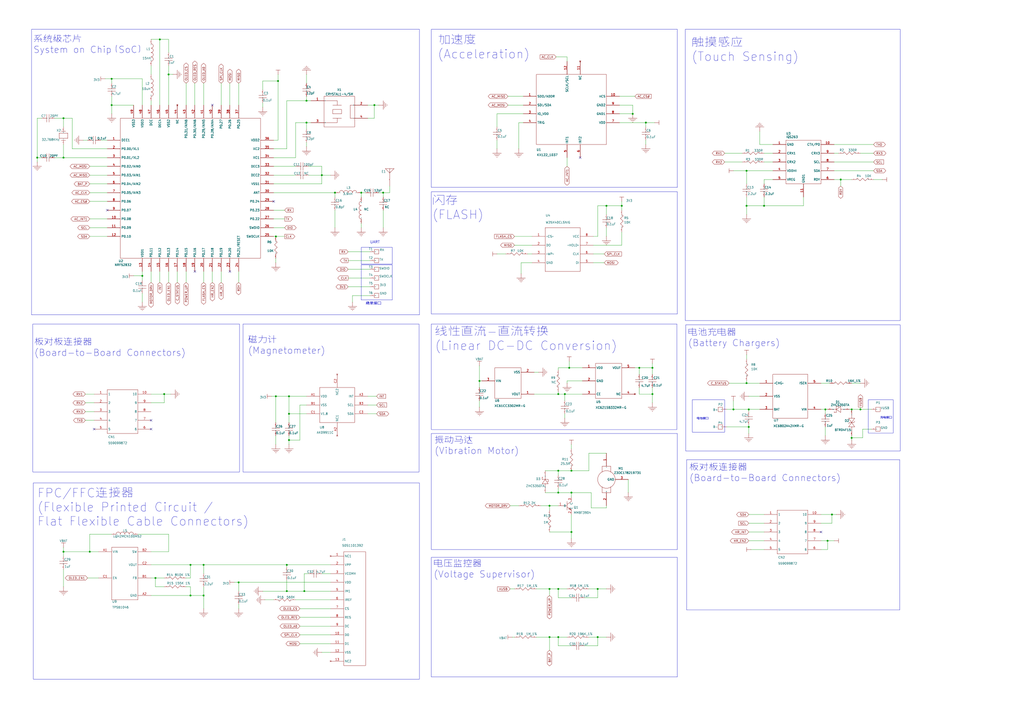
<source format=kicad_sch>
(kicad_sch (version 20231120) (generator "eeschema") (generator_version "8.0")
  (paper "A2")
  (junction (at 97.79 43.18))
  (junction (at 331.47 308.61))
  (junction (at 36.83 68.58))
  (junction (at 161.29 46.99))
  (junction (at 346.71 341.63))
  (junction (at 36.83 320.04))
  (junction (at 92.71 22.86))
  (junction (at 177.8 71.12))
  (junction (at 480.06 313.69))
  (junction (at 360.68 119.38))
  (junction (at 186.69 101.6))
  (junction (at 433.07 222.25))
  (junction (at 499.11 237.49))
  (junction (at 318.77 293.37))
  (junction (at 330.2 213.36))
  (junction (at 90.17 335.28))
  (junction (at 482.6 298.45))
  (junction (at 433.07 119.38))
  (junction (at 209.55 111.76))
  (junction (at 177.8 58.42))
  (junction (at 217.17 60.96))
  (junction (at 487.68 104.14))
  (junction (at 433.07 99.06))
  (junction (at 21.59 91.44))
  (junction (at 52.07 320.04))
  (junction (at 323.85 369.57))
  (junction (at 318.77 341.63))
  (junction (at 434.34 237.49))
  (junction (at 138.43 337.82))
  (junction (at 323.85 285.75))
  (junction (at 346.71 369.57))
  (junction (at 118.11 327.66))
  (junction (at 367.03 66.04))
  (junction (at 194.31 111.76))
  (junction (at 478.79 237.49))
  (junction (at 82.55 160.02))
  (junction (at 323.85 341.63))
  (junction (at 160.02 137.16))
  (junction (at 327.66 228.6))
  (junction (at 378.46 213.36))
  (junction (at 64.77 60.96))
  (junction (at 434.34 247.65))
  (junction (at 374.65 71.12))
  (junction (at 378.46 228.6))
  (junction (at 494.03 254))
  (junction (at 351.79 119.38))
  (junction (at 166.37 327.66))
  (junction (at 110.49 345.44))
  (junction (at 323.85 228.6))
  (junction (at 167.64 255.27))
  (junction (at 331.47 285.75))
  (junction (at 425.45 237.49))
  (junction (at 176.53 342.9))
  (junction (at 278.13 220.98))
  (junction (at 160.02 229.87))
  (junction (at 64.77 45.72))
  (junction (at 36.83 91.44))
  (junction (at 167.64 229.87))
  (junction (at 110.49 327.66))
  (junction (at 167.64 240.03))
  (junction (at 494.03 237.49))
  (junction (at 118.11 345.44))
  (junction (at 95.25 228.6))
  (junction (at 166.37 342.9))
  (junction (at 443.23 119.38))
  (junction (at 323.85 273.05))
  (junction (at 318.77 369.57))
  (junction (at 222.25 111.76))
  (junction (at 370.84 213.36))
  (junction (at 331.47 273.05))
  (no_connect (at 158.75 116.84))
  (no_connect (at 476.25 308.61))
  (no_connect (at 123.19 60.96))
  (no_connect (at 133.35 157.48))
  (no_connect (at 87.63 243.84))
  (no_connect (at 54.61 248.92))
  (no_connect (at 87.63 248.92))
  (no_connect (at 113.03 157.48))
  (no_connect (at 336.55 91.44))
  (no_connect (at 62.23 121.92))
  (wire (pts (xy 300.99 86.36) (xy 300.99 71.12)))
  (wire (pts (xy 173.99 368.3) (xy 191.77 368.3)))
  (wire (pts (xy 308.61 142.24) (xy 298.45 142.24)))
  (wire (pts (xy 327.66 228.6) (xy 327.66 232.41)))
  (wire (pts (xy 351.79 294.64) (xy 351.79 293.37)))
  (wire (pts (xy 494.03 254) (xy 494.03 255.27)))
  (wire (pts (xy 346.71 369.57) (xy 351.79 369.57)))
  (wire (pts (xy 77.47 60.96) (xy 64.77 60.96)))
  (wire (pts (xy 378.46 233.68) (xy 378.46 228.6)))
  (wire (pts (xy 213.36 229.87) (xy 218.44 229.87)))
  (wire (pts (xy 158.75 137.16) (xy 160.02 137.16)))
  (wire (pts (xy 494.03 252.73) (xy 494.03 254)))
  (wire (pts (xy 360.68 116.84) (xy 360.68 119.38)))
  (wire (pts (xy 500.38 248.92) (xy 505.46 248.92)))
  (wire (pts (xy 110.49 340.36) (xy 107.95 340.36)))
  (wire (pts (xy 318.77 369.57) (xy 323.85 369.57)))
  (wire (pts (xy 344.17 147.32) (xy 350.52 147.32)))
  (wire (pts (xy 97.79 163.83) (xy 97.79 157.48)))
  (wire (pts (xy 360.68 134.62) (xy 360.68 142.24)))
  (wire (pts (xy 176.53 332.74) (xy 179.07 332.74)))
  (wire (pts (xy 328.93 33.02) (xy 322.58 33.02)))
  (wire (pts (xy 318.77 293.37) (xy 313.69 293.37)))
  (wire (pts (xy 433.07 222.25) (xy 433.07 220.98)))
  (wire (pts (xy 118.11 327.66) (xy 166.37 327.66)))
  (wire (pts (xy 482.6 303.53) (xy 476.25 303.53)))
  (wire (pts (xy 483.87 313.69) (xy 480.06 313.69)))
  (wire (pts (xy 161.29 43.18) (xy 161.29 46.99)))
  (wire (pts (xy 158.75 111.76) (xy 194.31 111.76)))
  (wire (pts (xy 359.41 66.04) (xy 367.03 66.04)))
  (wire (pts (xy 328.93 341.63) (xy 323.85 341.63)))
  (wire (pts (xy 300.99 71.12) (xy 303.53 71.12)))
  (wire (pts (xy 166.37 327.66) (xy 191.77 327.66)))
  (wire (pts (xy 434.34 251.46) (xy 434.34 247.65)))
  (wire (pts (xy 370.84 228.6) (xy 378.46 228.6)))
  (wire (pts (xy 110.49 335.28) (xy 107.95 335.28)))
  (wire (pts (xy 346.71 119.38) (xy 346.71 137.16)))
  (wire (pts (xy 295.91 293.37) (xy 300.99 293.37)))
  (wire (pts (xy 303.53 55.88) (xy 294.64 55.88)))
  (wire (pts (xy 433.07 99.06) (xy 433.07 106.68)))
  (wire (pts (xy 82.55 162.56) (xy 82.55 160.02)))
  (wire (pts (xy 177.8 58.42) (xy 180.34 58.42)))
  (wire (pts (xy 323.85 227.33) (xy 323.85 228.6)))
  (wire (pts (xy 494.03 237.49) (xy 499.11 237.49)))
  (wire (pts (xy 278.13 220.98) (xy 279.4 220.98)))
  (wire (pts (xy 36.83 91.44) (xy 36.83 83.82)))
  (wire (pts (xy 173.99 353.06) (xy 191.77 353.06)))
  (wire (pts (xy 331.47 288.29) (xy 331.47 285.75)))
  (wire (pts (xy 97.79 309.88) (xy 80.01 309.88)))
  (wire (pts (xy 177.8 55.88) (xy 177.8 58.42)))
  (wire (pts (xy 434.34 313.69) (xy 443.23 313.69)))
  (wire (pts (xy 288.29 66.04) (xy 303.53 66.04)))
  (wire (pts (xy 107.95 157.48) (xy 107.95 163.83)))
  (wire (pts (xy 213.36 234.95) (xy 218.44 234.95)))
  (wire (pts (xy 346.71 374.65) (xy 346.71 369.57)))
  (wire (pts (xy 97.79 43.18) (xy 97.79 38.1)))
  (wire (pts (xy 311.15 341.63) (xy 318.77 341.63)))
  (wire (pts (xy 99.06 228.6) (xy 95.25 228.6)))
  (wire (pts (xy 160.02 149.86) (xy 160.02 152.4)))
  (wire (pts (xy 92.71 157.48) (xy 92.71 163.83)))
  (wire (pts (xy 331.47 260.35) (xy 331.47 257.81)))
  (wire (pts (xy 302.26 152.4) (xy 308.61 152.4)))
  (wire (pts (xy 152.4 46.99) (xy 152.4 52.07)))
  (wire (pts (xy 128.27 48.26) (xy 128.27 60.96)))
  (wire (pts (xy 161.29 81.28) (xy 158.75 81.28)))
  (wire (pts (xy 138.43 342.9) (xy 138.43 337.82)))
  (wire (pts (xy 177.8 240.03) (xy 167.64 240.03)))
  (wire (pts (xy 222.25 111.76) (xy 222.25 114.3)))
  (wire (pts (xy 82.55 175.26) (xy 82.55 170.18)))
  (wire (pts (xy 110.49 340.36) (xy 110.49 345.44)))
  (wire (pts (xy 478.79 252.73) (xy 478.79 247.65)))
  (wire (pts (xy 31.75 91.44) (xy 36.83 91.44)))
  (wire (pts (xy 167.64 255.27) (xy 167.64 257.81)))
  (wire (pts (xy 214.63 146.05) (xy 201.93 146.05)))
  (wire (pts (xy 278.13 212.09) (xy 278.13 220.98)))
  (wire (pts (xy 425.45 237.49) (xy 434.34 237.49)))
  (wire (pts (xy 177.8 71.12) (xy 180.34 71.12)))
  (wire (pts (xy 297.18 369.57) (xy 298.45 369.57)))
  (wire (pts (xy 118.11 345.44) (xy 110.49 345.44)))
  (wire (pts (xy 52.07 127) (xy 62.23 127)))
  (wire (pts (xy 87.63 345.44) (xy 110.49 345.44)))
  (wire (pts (xy 177.8 43.18) (xy 177.8 48.26)))
  (wire (pts (xy 374.65 71.12) (xy 379.73 71.12)))
  (wire (pts (xy 448.31 93.98) (xy 443.23 93.98)))
  (wire (pts (xy 327.66 228.6) (xy 337.82 228.6)))
  (wire (pts (xy 434.34 298.45) (xy 443.23 298.45)))
  (wire (pts (xy 478.79 240.03) (xy 478.79 237.49)))
  (wire (pts (xy 54.61 228.6) (xy 49.53 228.6)))
  (wire (pts (xy 118.11 157.48) (xy 118.11 163.83)))
  (wire (pts (xy 95.25 228.6) (xy 87.63 228.6)))
  (wire (pts (xy 209.55 111.76) (xy 212.09 111.76)))
  (wire (pts (xy 351.79 124.46) (xy 351.79 119.38)))
  (wire (pts (xy 152.4 342.9) (xy 166.37 342.9)))
  (wire (pts (xy 219.71 111.76) (xy 222.25 111.76)))
  (wire (pts (xy 483.87 104.14) (xy 487.68 104.14)))
  (wire (pts (xy 191.77 332.74) (xy 186.69 332.74)))
  (wire (pts (xy 194.31 132.08) (xy 194.31 121.92)))
  (wire (pts (xy 323.85 341.63) (xy 323.85 346.71)))
  (wire (pts (xy 173.99 373.38) (xy 191.77 373.38)))
  (wire (pts (xy 160.02 252.73) (xy 160.02 257.81)))
  (wire (pts (xy 157.48 229.87) (xy 160.02 229.87)))
  (wire (pts (xy 161.29 46.99) (xy 161.29 81.28)))
  (wire (pts (xy 499.11 236.22) (xy 499.11 237.49)))
  (wire (pts (xy 499.11 222.25) (xy 494.03 222.25)))
  (wire (pts (xy 118.11 345.44) (xy 118.11 340.36)))
  (wire (pts (xy 204.47 171.45) (xy 204.47 175.26)))
  (wire (pts (xy 50.8 81.28) (xy 48.26 81.28)))
  (wire (pts (xy 481.33 222.25) (xy 476.25 222.25)))
  (wire (pts (xy 378.46 228.6) (xy 378.46 224.79)))
  (wire (pts (xy 173.99 255.27) (xy 167.64 255.27)))
  (wire (pts (xy 107.95 48.26) (xy 107.95 60.96)))
  (wire (pts (xy 226.06 111.76) (xy 226.06 107.95)))
  (wire (pts (xy 440.69 83.82) (xy 448.31 83.82)))
  (wire (pts (xy 433.07 119.38) (xy 433.07 114.3)))
  (wire (pts (xy 36.83 320.04) (xy 36.83 317.5)))
  (wire (pts (xy 167.64 255.27) (xy 167.64 252.73)))
  (wire (pts (xy 118.11 48.26) (xy 118.11 60.96)))
  (wire (pts (xy 191.77 101.6) (xy 186.69 101.6)))
  (wire (pts (xy 158.75 121.92) (xy 165.1 121.92)))
  (wire (pts (xy 36.83 330.2) (xy 36.83 340.36)))
  (wire (pts (xy 368.3 55.88) (xy 359.41 55.88)))
  (wire (pts (xy 90.17 340.36) (xy 90.17 335.28)))
  (wire (pts (xy 293.37 147.32) (xy 288.29 147.32)))
  (wire (pts (xy 171.45 96.52) (xy 158.75 96.52)))
  (wire (pts (xy 77.47 160.02) (xy 82.55 160.02)))
  (wire (pts (xy 499.11 88.9) (xy 506.73 88.9)))
  (wire (pts (xy 36.83 68.58) (xy 36.83 73.66)))
  (wire (pts (xy 499.11 237.49) (xy 505.46 237.49)))
  (wire (pts (xy 118.11 332.74) (xy 118.11 327.66)))
  (wire (pts (xy 323.85 213.36) (xy 330.2 213.36)))
  (wire (pts (xy 87.63 327.66) (xy 110.49 327.66)))
  (wire (pts (xy 176.53 342.9) (xy 191.77 342.9)))
  (wire (pts (xy 492.76 237.49) (xy 494.03 237.49)))
  (wire (pts (xy 483.87 99.06) (xy 506.73 99.06)))
  (wire (pts (xy 158.75 347.98) (xy 153.67 347.98)))
  (wire (pts (xy 90.17 335.28) (xy 95.25 335.28)))
  (wire (pts (xy 62.23 86.36) (xy 41.91 86.36)))
  (wire (pts (xy 21.59 93.98) (xy 21.59 91.44)))
  (wire (pts (xy 21.59 91.44) (xy 21.59 68.58)))
  (wire (pts (xy 138.43 350.52) (xy 138.43 353.06)))
  (wire (pts (xy 360.68 121.92) (xy 360.68 119.38)))
  (wire (pts (xy 318.77 341.63) (xy 323.85 341.63)))
  (wire (pts (xy 341.63 341.63) (xy 346.71 341.63)))
  (wire (pts (xy 339.09 374.65) (xy 346.71 374.65)))
  (wire (pts (xy 167.64 240.03) (xy 167.64 229.87)))
  (wire (pts (xy 158.75 132.08) (xy 165.1 132.08)))
  (wire (pts (xy 58.42 81.28) (xy 62.23 81.28)))
  (wire (pts (xy 360.68 142.24) (xy 344.17 142.24)))
  (wire (pts (xy 483.87 93.98) (xy 506.73 93.98)))
  (wire (pts (xy 434.34 229.87) (xy 440.69 229.87)))
  (wire (pts (xy 330.2 209.55) (xy 330.2 213.36)))
  (wire (pts (xy 367.03 66.04) (xy 367.03 60.96)))
  (wire (pts (xy 323.85 228.6) (xy 327.66 228.6)))
  (wire (pts (xy 421.64 237.49) (xy 425.45 237.49)))
  (wire (pts (xy 378.46 210.82) (xy 378.46 213.36)))
  (wire (pts (xy 82.55 60.96) (xy 82.55 45.72)))
  (wire (pts (xy 171.45 91.44) (xy 158.75 91.44)))
  (wire (pts (xy 95.25 340.36) (xy 90.17 340.36)))
  (wire (pts (xy 138.43 337.82) (xy 191.77 337.82)))
  (wire (pts (xy 95.25 233.68) (xy 95.25 228.6)))
  (wire (pts (xy 346.71 341.63) (xy 346.71 346.71)))
  (wire (pts (xy 128.27 157.48) (xy 128.27 163.83)))
  (wire (pts (xy 138.43 157.48) (xy 138.43 163.83)))
  (wire (pts (xy 21.59 68.58) (xy 24.13 68.58)))
  (wire (pts (xy 138.43 48.26) (xy 138.43 60.96)))
  (wire (pts (xy 214.63 161.29) (xy 201.93 161.29)))
  (wire (pts (xy 341.63 369.57) (xy 346.71 369.57)))
  (wire (pts (xy 64.77 45.72) (xy 64.77 48.26)))
  (wire (pts (xy 166.37 342.9) (xy 166.37 336.55)))
  (wire (pts (xy 52.07 320.04) (xy 36.83 320.04)))
  (wire (pts (xy 443.23 114.3) (xy 443.23 119.38)))
  (wire (pts (xy 346.71 137.16) (xy 344.17 137.16)))
  (wire (pts (xy 171.45 71.12) (xy 171.45 91.44)))
  (wire (pts (xy 434.34 238.76) (xy 434.34 237.49)))
  (wire (pts (xy 288.29 73.66) (xy 288.29 66.04)))
  (wire (pts (xy 52.07 111.76) (xy 62.23 111.76)))
  (wire (pts (xy 483.87 83.82) (xy 506.73 83.82)))
  (wire (pts (xy 92.71 22.86) (xy 97.79 22.86)))
  (wire (pts (xy 500.38 248.92) (xy 500.38 254)))
  (wire (pts (xy 52.07 309.88) (xy 64.77 309.88)))
  (wire (pts (xy 152.4 62.23) (xy 152.4 59.69)))
  (wire (pts (xy 166.37 328.93) (xy 166.37 327.66)))
  (wire (pts (xy 64.77 45.72) (xy 60.96 45.72)))
  (wire (pts (xy 476.25 298.45) (xy 482.6 298.45)))
  (wire (pts (xy 160.02 245.11) (xy 160.02 229.87)))
  (wire (pts (xy 179.07 101.6) (xy 186.69 101.6)))
  (wire (pts (xy 494.03 254) (xy 500.38 254)))
  (wire (pts (xy 214.63 151.13) (xy 201.93 151.13)))
  (wire (pts (xy 118.11 353.06) (xy 118.11 345.44)))
  (wire (pts (xy 485.14 298.45) (xy 482.6 298.45)))
  (wire (pts (xy 420.37 88.9) (xy 430.53 88.9)))
  (wire (pts (xy 323.85 369.57) (xy 328.93 369.57)))
  (wire (pts (xy 466.09 119.38) (xy 443.23 119.38)))
  (wire (pts (xy 342.9 294.64) (xy 351.79 294.64)))
  (wire (pts (xy 434.34 237.49) (xy 440.69 237.49)))
  (wire (pts (xy 346.71 346.71) (xy 339.09 346.71)))
  (wire (pts (xy 318.77 295.91) (xy 318.77 293.37)))
  (wire (pts (xy 110.49 335.28) (xy 110.49 327.66)))
  (wire (pts (xy 177.8 74.93) (xy 177.8 71.12)))
  (wire (pts (xy 209.55 114.3) (xy 209.55 111.76)))
  (wire (pts (xy 359.41 71.12) (xy 374.65 71.12)))
  (wire (pts (xy 440.69 76.2) (xy 440.69 83.82)))
  (wire (pts (xy 318.77 308.61) (xy 331.47 308.61)))
  (wire (pts (xy 346.71 119.38) (xy 351.79 119.38)))
  (wire (pts (xy 370.84 224.79) (xy 370.84 228.6)))
  (wire (pts (xy 476.25 313.69) (xy 480.06 313.69)))
  (wire (pts (xy 351.79 119.38) (xy 360.68 119.38)))
  (wire (pts (xy 201.93 156.21) (xy 214.63 156.21)))
  (wire (pts (xy 318.77 341.63) (xy 318.77 345.44)))
  (wire (pts (xy 166.37 86.36) (xy 158.75 86.36)))
  (wire (pts (xy 213.36 68.58) (xy 217.17 68.58)))
  (wire (pts (xy 110.49 327.66) (xy 118.11 327.66)))
  (wire (pts (xy 331.47 273.05) (xy 341.63 273.05)))
  (wire (pts (xy 378.46 213.36) (xy 370.84 213.36)))
  (wire (pts (xy 87.63 233.68) (xy 95.25 233.68)))
  (wire (pts (xy 443.23 104.14) (xy 448.31 104.14)))
  (wire (pts (xy 173.99 234.95) (xy 173.99 255.27)))
  (wire (pts (xy 82.55 45.72) (xy 64.77 45.72)))
  (wire (pts (xy 351.79 137.16) (xy 351.79 132.08)))
  (wire (pts (xy 308.61 147.32) (xy 306.07 147.32)))
  (wire (pts (xy 160.02 229.87) (xy 167.64 229.87)))
  (wire (pts (xy 302.26 152.4) (xy 302.26 158.75)))
  (wire (pts (xy 309.88 228.6) (xy 323.85 228.6)))
  (wire (pts (xy 433.07 124.46) (xy 433.07 119.38)))
  (wire (pts (xy 177.8 71.12) (xy 171.45 71.12)))
  (wire (pts (xy 312.42 215.9) (xy 309.88 215.9)))
  (wire (pts (xy 443.23 318.77) (xy 435.61 318.77)))
  (wire (pts (xy 331.47 308.61) (xy 331.47 298.45)))
  (wire (pts (xy 82.55 160.02) (xy 82.55 157.48)))
  (wire (pts (xy 367.03 60.96) (xy 359.41 60.96)))
  (wire (pts (xy 186.69 101.6) (xy 186.69 106.68)))
  (wire (pts (xy 434.34 247.65) (xy 421.64 247.65)))
  (wire (pts (xy 113.03 48.26) (xy 113.03 60.96)))
  (wire (pts (xy 217.17 68.58) (xy 217.17 60.96)))
  (wire (pts (xy 328.93 35.56) (xy 328.93 33.02)))
  (wire (pts (xy 420.37 93.98) (xy 430.53 93.98)))
  (wire (pts (xy 374.65 73.66) (xy 374.65 71.12)))
  (wire (pts (xy 173.99 363.22) (xy 191.77 363.22)))
  (wire (pts (xy 331.47 374.65) (xy 323.85 374.65)))
  (wire (pts (xy 52.07 106.68) (xy 62.23 106.68)))
  (wire (pts (xy 344.17 152.4) (xy 350.52 152.4)))
  (wire (pts (xy 337.82 220.98) (xy 328.93 220.98)))
  (wire (pts (xy 87.63 163.83) (xy 87.63 157.48)))
  (wire (pts (xy 443.23 106.68) (xy 443.23 104.14)))
  (wire (pts (xy 346.71 341.63) (xy 351.79 341.63)))
  (wire (pts (xy 191.77 347.98) (xy 171.45 347.98)))
  (wire (pts (xy 222.25 132.08) (xy 222.25 121.92)))
  (wire (pts (xy 123.19 157.48) (xy 123.19 163.83)))
  (wire (pts (xy 54.61 243.84) (xy 49.53 243.84)))
  (wire (pts (xy 323.85 374.65) (xy 323.85 369.57)))
  (wire (pts (xy 422.91 222.25) (xy 433.07 222.25)))
  (wire (pts (xy 186.69 106.68) (xy 158.75 106.68)))
  (wire (pts (xy 52.07 137.16) (xy 62.23 137.16)))
  (wire (pts (xy 160.02 137.16) (xy 165.1 137.16)))
  (wire (pts (xy 364.49 285.75) (xy 364.49 278.13)))
  (wire (pts (xy 433.07 99.06) (xy 448.31 99.06)))
  (wire (pts (xy 425.45 232.41) (xy 425.45 237.49)))
  (wire (pts (xy 217.17 60.96) (xy 219.71 60.96)))
  (wire (pts (xy 327.66 240.03) (xy 327.66 242.57)))
  (wire (pts (xy 341.63 262.89) (xy 351.79 262.89)))
  (wire (pts (xy 64.77 60.96) (xy 64.77 55.88)))
  (wire (pts (xy 328.93 91.44) (xy 328.93 96.52)))
  (wire (pts (xy 323.85 285.75) (xy 316.23 285.75)))
  (wire (pts (xy 52.07 101.6) (xy 62.23 101.6)))
  (wire (pts (xy 57.15 320.04) (xy 52.07 320.04)))
  (wire (pts (xy 480.06 313.69) (xy 480.06 318.77)))
  (wire (pts (xy 52.07 116.84) (xy 62.23 116.84)))
  (wire (pts (xy 97.79 22.86) (xy 97.79 30.48)))
  (wire (pts (xy 204.47 171.45) (xy 214.63 171.45)))
  (wire (pts (xy 100.33 43.18) (xy 97.79 43.18)))
  (wire (pts (xy 487.68 107.95) (xy 487.68 104.14)))
  (wire (pts (xy 506.73 104.14) (xy 511.81 104.14)))
  (wire (pts (xy 102.87 157.48) (xy 102.87 163.83)))
  (wire (pts (xy 173.99 358.14) (xy 191.77 358.14)))
  (wire (pts (xy 434.34 303.53) (xy 443.23 303.53)))
  (wire (pts (xy 97.79 60.96) (xy 97.79 43.18)))
  (wire (pts (xy 288.29 86.36) (xy 288.29 81.28)))
  (wire (pts (xy 166.37 342.9) (xy 176.53 342.9)))
  (wire (pts (xy 64.77 66.04) (xy 64.77 60.96)))
  (wire (pts (xy 487.68 104.14) (xy 494.03 104.14)))
  (wire (pts (xy 186.69 378.46) (xy 191.77 378.46)))
  (wire (pts (xy 323.85 283.21) (xy 323.85 285.75)))
  (wire (pts (xy 177.8 234.95) (xy 173.99 234.95)))
  (wire (pts (xy 476.25 237.49) (xy 478.79 237.49)))
  (wire (pts (xy 36.83 68.58) (xy 31.75 68.58)))
  (wire (pts (xy 323.85 214.63) (xy 323.85 213.36)))
  (wire (pts (xy 161.29 46.99) (xy 152.4 46.99)))
  (wire (pts (xy 90.17 335.28) (xy 87.63 335.28)))
  (wire (pts (xy 311.15 369.57) (xy 318.77 369.57)))
  (wire (pts (xy 87.63 320.04) (xy 97.79 320.04)))
  (wire (pts (xy 87.63 60.96) (xy 87.63 58.42)))
  (wire (pts (xy 54.61 233.68) (xy 49.53 233.68)))
  (wire (pts (xy 92.71 60.96) (xy 92.71 22.86)))
  (wire (pts (xy 176.53 342.9) (xy 176.53 332.74)))
  (wire (pts (xy 171.45 101.6) (xy 158.75 101.6)))
  (wire (pts (xy 318.77 293.37) (xy 323.85 293.37)))
  (wire (pts (xy 52.07 96.52) (xy 62.23 96.52)))
  (wire (pts (xy 52.07 320.04) (xy 52.07 309.88)))
  (wire (pts (xy 278.13 236.22) (xy 278.13 232.41)))
  (wire (pts (xy 194.31 111.76) (xy 194.31 114.3)))
  (wire (pts (xy 213.36 240.03) (xy 218.44 240.03)))
  (wire (pts (xy 434.34 308.61) (xy 443.23 308.61)))
  (wire (pts (xy 167.64 229.87) (xy 177.8 229.87)))
  (wire (pts (xy 316.23 273.05) (xy 323.85 273.05)))
  (wire (pts (xy 303.53 60.96) (xy 294.64 60.96)))
  (wire (pts (xy 186.69 101.6) (xy 186.69 96.52)))
  (wire (pts (xy 370.84 213.36) (xy 368.3 213.36)))
  (wire (pts (xy 213.36 60.96) (xy 217.17 60.96)))
  (wire (pts (xy 214.63 166.37) (xy 201.93 166.37)))
  (wire (pts (xy 466.09 114.3) (xy 466.09 119.38)))
  (wire (pts (xy 480.06 237.49) (xy 478.79 237.49)))
  (wire (pts (xy 177.8 58.42) (xy 166.37 58.42)))
  (wire (pts (xy 36.83 91.44) (xy 62.23 91.44)))
  (wire (pts (xy 133.35 48.26) (xy 133.35 60.96)))
  (wire (pts (xy 323.85 285.75) (xy 331.47 285.75)))
  (wire (pts (xy 158.75 127) (xy 165.1 127)))
  (wire (pts (xy 323.85 275.59) (xy 323.85 273.05)))
  (wire (pts (xy 87.63 43.18) (xy 87.63 38.1)))
  (wire (pts (xy 50.8 335.28) (xy 57.15 335.28)))
  (wire (pts (xy 323.85 273.05) (xy 331.47 273.05)))
  (wire (pts (xy 36.83 322.58) (xy 36.83 320.04)))
  (wire (pts (xy 97.79 320.04) (xy 97.79 309.88)))
  (wire (pts (xy 298.45 341.63) (xy 295.91 341.63)))
  (wire (pts (xy 331.47 308.61) (xy 331.47 312.42)))
  (wire (pts (xy 330.2 213.36) (xy 337.82 213.36)))
  (wire (pts (xy 308.61 137.16) (xy 298.45 137.16)))
  (wire (pts (xy 222.25 111.76) (xy 226.06 111.76)))
  (wire (pts (xy 331.47 285.75) (xy 342.9 285.75)))
  (wire (pts (xy 443.23 119.38) (xy 433.07 119.38)))
  (wire (pts (xy 186.69 96.52) (xy 179.07 96.52)))
  (wire (pts (xy 433.07 222.25) (xy 440.69 222.25)))
  (wire (pts (xy 166.37 58.42) (xy 166.37 86.36)))
  (wire (pts (xy 425.45 99.06) (xy 433.07 99.06)))
  (wire (pts (xy 342.9 285.75) (xy 342.9 294.64)))
  (wire (pts (xy 52.07 132.08) (xy 62.23 132.08)))
  (wire (pts (xy 167.64 245.11) (xy 167.64 240.03)))
  (wire (pts (xy 135.89 337.82) (xy 138.43 337.82)))
  (wire (pts (xy 177.8 85.09) (xy 177.8 82.55)))
  (wire (pts (xy 341.63 273.05) (xy 341.63 262.89)))
  (wire (pts (xy 41.91 68.58) (xy 36.83 68.58)))
  (wire (pts (xy 370.84 213.36) (xy 370.84 217.17)))
  (wire (pts (xy 328.93 220.98) (xy 328.93 222.25)))
  (wire (pts (xy 278.13 220.98) (xy 278.13 224.79)))
  (wire (pts (xy 434.34 246.38) (xy 434.34 247.65)))
  (wire (pts (xy 318.77 377.19) (xy 318.77 369.57)))
  (wire (pts (xy 483.87 88.9) (xy 486.41 88.9)))
  (wire (pts (xy 433.07 205.74) (xy 433.07 208.28)))
  (wire (pts (xy 54.61 238.76) (xy 49.53 238.76)))
  (wire (pts (xy 323.85 346.71) (xy 331.47 346.71)))
  (wire (pts (xy 448.31 88.9) (xy 443.23 88.9)))
  (wire (pts (xy 87.63 22.86) (xy 92.71 22.86)))
  (wire (pts (xy 41.91 86.36) (xy 41.91 68.58)))
  (wire (pts (xy 24.13 91.44) (xy 21.59 91.44)))
  (wire (pts (xy 209.55 132.08) (xy 209.55 129.54)))
  (wire (pts (xy 480.06 318.77) (xy 476.25 318.77)))
  (wire (pts (xy 378.46 217.17) (xy 378.46 213.36)))
  (wire (pts (xy 374.65 83.82) (xy 374.65 81.28)))
  (wire (pts (xy 482.6 298.45) (xy 482.6 303.53)))
  (rectangle (start 19.05 273.812) (end 138.938 187.96))
  (rectangle (start 250.19 111.252) (end 392.938 182.118))
  (rectangle (start 209.55 173.99) (end 227.584 153.67))
  (rectangle (start 503.682 251.206) (end 518.16 231.902))
  (rectangle (start 140.97 273.812) (end 243.078 187.96))
  (rectangle (start 398.272 266.7) (end 521.97 353.822))
  (rectangle (start 397.764 188.468) (end 522.224 261.62))
  (rectangle (start 397.51 17.018) (end 522.224 185.928))
  (rectangle (start 18.288 182.626) (end 243.332 17.018))
  (rectangle (start 250.19 187.96) (end 392.684 249.174))
  (rectangle (start 250.19 323.342) (end 392.938 392.684))
  (rectangle (start 250.19 318.77) (end 392.938 251.46))
  (rectangle (start 250.19 17.018) (end 392.938 108.712))
  (rectangle (start 19.304 393.954) (end 243.332 280.162))
  (rectangle (start 401.574 231.902) (end 420.37 250.698))
  (rectangle (start 209.55 153.162) (end 227.584 143.51))
  (text "磁力计\n(Magnetometer)" (at 143.764 205.74 0) (effects (font (size 3.81 3.81)) (justify left bottom)))
  (text "UART" (at 214.63 141.478 0) (effects (font (size 1.524 1.524)) (justify left bottom)))
  (text "系统级芯片\nSystem on Chip（SoC）" (at 19.304 31.242 0) (effects (font (size 3.81 3.81)) (justify left bottom)))
  (text "振动马达\n(Vibration Motor)" (at 251.968 263.906 0) (effects (font (size 3.81 3.81)) (justify left bottom)))
  (text "充电接口" (at 510.54 243.078 0) (effects (font (size 1.143 1.143)) (justify left bottom)))
  (text "加速度\n(Acceleration)" (at 253.746 34.544 0) (effects (font (size 5.08 5.08)) (justify left bottom)))
  (text "闪存\n(FLASH)" (at 250.698 120.65 0) (effects (font (size 5.08 5.08)) (justify left)))
  (text "烧录接口" (at 212.09 177.038 0) (effects (font (size 1.524 1.524)) (justify left bottom)))
  (text "触摸感应\n(Touch Sensing)" (at 401.066 28.956 0) (effects (font (size 5.08 5.08)) (justify left)))
  (text "电池接口" (at 404.114 243.586 0) (effects (font (size 1.143 1.143)) (justify left bottom)))
  (text "板对板连接器\n(Board-to-Board Connectors)" (at 19.812 207.01 0) (effects (font (size 3.81 3.81)) (justify left bottom)))
  (text "板对板连接器\n(Board-to-Board Connectors)" (at 399.796 279.654 0) (effects (font (size 3.81 3.81)) (justify left bottom)))
  (text "电池充电器\n(Battery Chargers)" (at 399.034 196.088 0) (effects (font (size 3.81 3.81)) (justify left)))
  (text "FPC/FFC连接器\n(Flexible Printed Circuit /\nFlat Flexible Cable Connectors)" (at 21.59 305.562 0) (effects (font (size 5.08 5.08)) (justify left bottom)))
  (text "线性直流-直流转换\n(Linear DC-DC Conversion)" (at 252.222 203.708 0) (effects (font (size 5.08 5.08)) (justify left bottom)))
  (text "电压监控器\n(Voltage Supervisor)" (at 251.46 335.534 0) (effects (font (size 3.81 3.81)) (justify left bottom)))
  (global_label "OLED_CS" (shape bidirectional) (at 173.99 353.06 180) (property "Intersheetrefs" "${INTERSHEET_REFS}" (effects (hide yes))))
  (global_label "SPI_CLK" (shape bidirectional) (at 128.27 48.26 90) (property "Intersheetrefs" "${INTERSHEET_REFS}" (effects (hide yes))))
  (global_label "FLASH_CS" (shape bidirectional) (at 118.11 163.83 270) (property "Intersheetrefs" "${INTERSHEET_REFS}" (effects (hide yes))))
  (global_label "MOTOR_DRV" (shape bidirectional) (at 295.91 293.37 180) (property "Intersheetrefs" "${INTERSHEET_REFS}" (effects (hide yes))))
  (global_label "SCL" (shape input) (at 434.34 303.53 180) (property "Intersheetrefs" "${INTERSHEET_REFS}" (effects (hide yes))))
  (global_label "DIO" (shape bidirectional) (at 201.93 156.21 180) (property "Intersheetrefs" "${INTERSHEET_REFS}" (effects (hide yes))))
  (global_label "SCL" (shape input) (at 218.44 234.95 0) (property "Intersheetrefs" "${INTERSHEET_REFS}" (effects (hide yes))))
  (global_label "RX3" (shape bidirectional) (at 49.53 238.76 180) (property "Intersheetrefs" "${INTERSHEET_REFS}" (effects (hide yes))))
  (global_label "OLED_EN1" (shape bidirectional) (at 97.79 163.83 270) (property "Intersheetrefs" "${INTERSHEET_REFS}" (effects (hide yes))))
  (global_label "SDA" (shape bidirectional) (at 52.07 137.16 180) (property "Intersheetrefs" "${INTERSHEET_REFS}" (effects (hide yes))))
  (global_label "MOSI" (shape bidirectional) (at 173.99 373.38 180) (property "Intersheetrefs" "${INTERSHEET_REFS}" (effects (hide yes))))
  (global_label "INT" (shape bidirectional) (at 92.71 163.83 270) (property "Intersheetrefs" "${INTERSHEET_REFS}" (effects (hide yes))))
  (global_label "AC_CS#" (shape input) (at 368.3 55.88 0) (property "Intersheetrefs" "${INTERSHEET_REFS}" (effects (hide yes))))
  (global_label "OLED_RES" (shape bidirectional) (at 173.99 358.14 180) (property "Intersheetrefs" "${INTERSHEET_REFS}" (effects (hide yes))))
  (global_label "SDA" (shape bidirectional) (at 218.44 240.03 0) (property "Intersheetrefs" "${INTERSHEET_REFS}" (effects (hide yes))))
  (global_label "HR_EN2" (shape bidirectional) (at 434.34 313.69 180) (property "Intersheetrefs" "${INTERSHEET_REFS}" (effects (hide yes))))
  (global_label "RX2" (shape bidirectional) (at 420.37 93.98 180) (property "Intersheetrefs" "${INTERSHEET_REFS}" (effects (hide yes))))
  (global_label "VUSB" (shape input) (at 295.91 341.63 180) (property "Intersheetrefs" "${INTERSHEET_REFS}" (effects (hide yes))))
  (global_label "TX0" (shape bidirectional) (at 506.73 83.82 0) (property "Intersheetrefs" "${INTERSHEET_REFS}" (effects (hide yes))))
  (global_label "OLED_RES" (shape bidirectional) (at 113.03 48.26 90) (property "Intersheetrefs" "${INTERSHEET_REFS}" (effects (hide yes))))
  (global_label "BAT_P" (shape bidirectional) (at 318.77 377.19 270) (property "Intersheetrefs" "${INTERSHEET_REFS}" (effects (hide yes))))
  (global_label "RDY" (shape bidirectional) (at 138.43 163.83 270) (property "Intersheetrefs" "${INTERSHEET_REFS}" (effects (hide yes))))
  (global_label "SDA" (shape bidirectional) (at 434.34 298.45 180) (property "Intersheetrefs" "${INTERSHEET_REFS}" (effects (hide yes))))
  (global_label "OLED_EN1" (shape bidirectional) (at 50.8 335.28 180) (property "Intersheetrefs" "${INTERSHEET_REFS}" (effects (hide yes))))
  (global_label "OLED_A0" (shape bidirectional) (at 173.99 363.22 180) (property "Intersheetrefs" "${INTERSHEET_REFS}" (effects (hide yes))))
  (global_label "RX2" (shape bidirectional) (at 49.53 233.68 180) (property "Intersheetrefs" "${INTERSHEET_REFS}" (effects (hide yes))))
  (global_label "BAT_P" (shape bidirectional) (at 52.07 106.68 180) (property "Intersheetrefs" "${INTERSHEET_REFS}" (effects (hide yes))))
  (global_label "AC_MISO" (shape bidirectional) (at 294.64 55.88 180) (property "Intersheetrefs" "${INTERSHEET_REFS}" (effects (hide yes))))
  (global_label "RX1" (shape bidirectional) (at 49.53 228.6 180) (property "Intersheetrefs" "${INTERSHEET_REFS}" (effects (hide yes))))
  (global_label "MOSI" (shape bidirectional) (at 350.52 152.4 0) (property "Intersheetrefs" "${INTERSHEET_REFS}" (effects (hide yes))))
  (global_label "SCL" (shape input) (at 506.73 93.98 0) (property "Intersheetrefs" "${INTERSHEET_REFS}" (effects (hide yes))))
  (global_label "TX" (shape output) (at 165.1 127 0) (property "Intersheetrefs" "${INTERSHEET_REFS}" (effects (hide yes))))
  (global_label "AC_MOSI" (shape bidirectional) (at 294.64 60.96 180) (property "Intersheetrefs" "${INTERSHEET_REFS}" (effects (hide yes))))
  (global_label "RX1" (shape bidirectional) (at 420.37 88.9 180) (property "Intersheetrefs" "${INTERSHEET_REFS}" (effects (hide yes))))
  (global_label "HR_INT" (shape bidirectional) (at 434.34 308.61 180) (property "Intersheetrefs" "${INTERSHEET_REFS}" (effects (hide yes))))
  (global_label "HR_INT" (shape bidirectional) (at 128.27 163.83 270) (property "Intersheetrefs" "${INTERSHEET_REFS}" (effects (hide yes))))
  (global_label "CLK" (shape output) (at 165.1 137.16 0) (property "Intersheetrefs" "${INTERSHEET_REFS}" (effects (hide yes))))
  (global_label "AC_INT1" (shape bidirectional) (at 52.07 127 180) (property "Intersheetrefs" "${INTERSHEET_REFS}" (effects (hide yes))))
  (global_label "RDY" (shape bidirectional) (at 487.68 107.95 270) (property "Intersheetrefs" "${INTERSHEET_REFS}" (effects (hide yes))))
  (global_label "SCL" (shape bidirectional) (at 52.07 132.08 180) (property "Intersheetrefs" "${INTERSHEET_REFS}" (effects (hide yes))))
  (global_label "SPI_CLK" (shape bidirectional) (at 173.99 368.3 180) (property "Intersheetrefs" "${INTERSHEET_REFS}" (effects (hide yes))))
  (global_label "MISO" (shape bidirectional) (at 298.45 142.24 180) (property "Intersheetrefs" "${INTERSHEET_REFS}" (effects (hide yes))))
  (global_label "3V3" (shape bidirectional) (at 201.93 166.37 180) (property "Intersheetrefs" "${INTERSHEET_REFS}" (effects (hide yes))))
  (global_label "RX3" (shape bidirectional) (at 506.73 88.9 0) (property "Intersheetrefs" "${INTERSHEET_REFS}" (effects (hide yes))))
  (global_label "SPI_CLK" (shape input) (at 350.52 147.32 0) (property "Intersheetrefs" "${INTERSHEET_REFS}" (effects (hide yes))))
  (global_label "AC_CLK" (shape bidirectional) (at 52.07 111.76 180) (property "Intersheetrefs" "${INTERSHEET_REFS}" (effects (hide yes))))
  (global_label "RX" (shape input) (at 165.1 121.92 0) (property "Intersheetrefs" "${INTERSHEET_REFS}" (effects (hide yes))))
  (global_label "CLK" (shape output) (at 201.93 161.29 180) (property "Intersheetrefs" "${INTERSHEET_REFS}" (effects (hide yes))))
  (global_label "VUSB" (shape output) (at 499.11 236.22 90) (property "Intersheetrefs" "${INTERSHEET_REFS}" (effects (hide yes))))
  (global_label "AC_INT1" (shape bidirectional) (at 328.93 96.52 270) (property "Intersheetrefs" "${INTERSHEET_REFS}" (effects (hide yes))))
  (global_label "POWER_UP" (shape bidirectional) (at 318.77 345.44 270) (property "Intersheetrefs" "${INTERSHEET_REFS}" (effects (hide yes))))
  (global_label "AC_CLK" (shape input) (at 322.58 33.02 180) (property "Intersheetrefs" "${INTERSHEET_REFS}" (effects (hide yes))))
  (global_label "RX" (shape input) (at 201.93 146.05 180) (property "Intersheetrefs" "${INTERSHEET_REFS}" (effects (hide yes))))
  (global_label "MOSI" (shape bidirectional) (at 133.35 48.26 90) (property "Intersheetrefs" "${INTERSHEET_REFS}" (effects (hide yes))))
  (global_label "POWER_UP" (shape bidirectional) (at 107.95 163.83 270) (property "Intersheetrefs" "${INTERSHEET_REFS}" (effects (hide yes))))
  (global_label "MISO" (shape bidirectional) (at 138.43 48.26 90) (property "Intersheetrefs" "${INTERSHEET_REFS}" (effects (hide yes))))
  (global_label "OLED_A0" (shape bidirectional) (at 118.11 48.26 90) (property "Intersheetrefs" "${INTERSHEET_REFS}" (effects (hide yes))))
  (global_label "INT" (shape input) (at 218.44 229.87 0) (property "Intersheetrefs" "${INTERSHEET_REFS}" (effects (hide yes))))
  (global_label "SDA" (shape bidirectional) (at 506.73 99.06 0) (property "Intersheetrefs" "${INTERSHEET_REFS}" (effects (hide yes))))
  (global_label "OLED_CS" (shape bidirectional) (at 107.95 48.26 90) (property "Intersheetrefs" "${INTERSHEET_REFS}" (effects (hide yes))))
  (global_label "FLASH_CS" (shape input) (at 298.45 137.16 180) (property "Intersheetrefs" "${INTERSHEET_REFS}" (effects (hide yes))))
  (global_label "TX0" (shape bidirectional) (at 49.53 243.84 180) (property "Intersheetrefs" "${INTERSHEET_REFS}" (effects (hide yes))))
  (global_label "AC_MOSI" (shape bidirectional) (at 52.07 96.52 180) (property "Intersheetrefs" "${INTERSHEET_REFS}" (effects (hide yes))))
  (global_label "MOTOR_DRV" (shape bidirectional) (at 87.63 163.83 270) (property "Intersheetrefs" "${INTERSHEET_REFS}" (effects (hide yes))))
  (global_label "DIO" (shape bidirectional) (at 165.1 132.08 0) (property "Intersheetrefs" "${INTERSHEET_REFS}" (effects (hide yes))))
  (global_label "C_STATUS" (shape bidirectional) (at 422.91 222.25 180) (property "Intersheetrefs" "${INTERSHEET_REFS}" (effects (hide yes))))
  (global_label "C_STATUS" (shape bidirectional) (at 102.87 163.83 270) (property "Intersheetrefs" "${INTERSHEET_REFS}" (effects (hide yes))))
  (global_label "TX" (shape output) (at 201.93 151.13 180) (property "Intersheetrefs" "${INTERSHEET_REFS}" (effects (hide yes))))
  (global_label "HR_EN2" (shape bidirectional) (at 123.19 163.83 270) (property "Intersheetrefs" "${INTERSHEET_REFS}" (effects (hide yes))))
  (global_label "AC_MISO" (shape bidirectional) (at 52.07 101.6 180) (property "Intersheetrefs" "${INTERSHEET_REFS}" (effects (hide yes))))
  (global_label "AC_CS#" (shape bidirectional) (at 52.07 116.84 180) (property "Intersheetrefs" "${INTERSHEET_REFS}" (effects (hide yes))))
  (symbol (lib_id "OD07_PLUS_-easyedapro:INDUCTOR") (at 209.55 127 180) (unit 1)
    (property "Reference" "L4" (at 204.978 120.65 0) (effects (justify right bottom)))
    (property "Value" "NC" (at 211.074 120.65 0) (effects (justify right bottom)))
    (property "Footprint" "OD07_PLUS_-easyedapro:L_0201_0603Metric" (effects (hide yes)))
    (property "Design Item ID" "INDUCTOR" (effects (hide yes)))
    (property "Library Name" "*" (effects (hide yes)))
    (property "Origin Footprint" "L0201" (effects (hide yes)))
    (property "PCB Footprint" "L0201" (effects (hide yes)))
    (property "Part Reference" "L4" (effects (hide yes)))
  )
  (symbol (lib_id "OD07_PLUS_-easyedapro:RESISTOR") (at 488.95 91.44 90) (unit 1)
    (property "Reference" "R2" (at 486.918 86.36 90) (effects (justify right bottom)))
    (property "Value" "330R" (at 491.998 86.36 90) (effects (justify right bottom)))
    (property "Footprint" "OD07_PLUS_-easyedapro:R_0201_0603Metric" (effects (hide yes)))
    (property "Design Item ID" "RESISTOR" (effects (hide yes)))
    (property "Library Name" "*" (effects (hide yes)))
    (property "Origin Footprint" "R0201" (effects (hide yes)))
    (property "PCB Footprint" "R0201" (effects (hide yes)))
    (property "Part Reference" "R2" (effects (hide yes)))
  )
  (symbol (lib_id "OD07_PLUS_-easyedapro:CAP NP") (at 181.61 335.28 90) (unit 1)
    (property "Reference" "C32" (at 178.054 330.962 90) (effects (justify right bottom)))
    (property "Value" "4.7uF" (at 183.388 330.962 90) (effects (justify right bottom)))
    (property "Footprint" "OD07_PLUS_-easyedapro:C_0402_1005Metric" (effects (hide yes)))
    (property "Design Item ID" "CAP NP" (effects (hide yes)))
    (property "Library Name" "*" (effects (hide yes)))
    (property "Origin Footprint" "C0402" (effects (hide yes)))
    (property "PCB Footprint" "C0402" (effects (hide yes)))
    (property "Part Reference" "C33" (effects (hide yes)))
  )
  (symbol (lib_id "OD07_PLUS_-easyedapro:CAP NP") (at 214.63 114.3 90) (unit 1)
    (property "Reference" "C15" (at 211.074 109.728 90) (effects (justify right bottom)))
    (property "Value" "12pF" (at 216.916 109.728 90) (effects (justify right bottom)))
    (property "Footprint" "OD07_PLUS_-easyedapro:C_0201_0603Metric" (effects (hide yes)))
    (property "Design Item ID" "CAP NP" (effects (hide yes)))
    (property "Library Name" "*" (effects (hide yes)))
    (property "Origin Footprint" "C0201" (effects (hide yes)))
    (property "PCB Footprint" "C0201" (effects (hide yes)))
    (property "Part Reference" "C15" (effects (hide yes)))
  )
  (symbol (lib_id "OD07_PLUS_-easyedapro:CRYSTAL") (at 34.29 81.28 90) (unit 1)
    (property "Reference" "X2" (at 32.766 74.93 90) (effects (justify right bottom)))
    (property "Value" "32.768KHz" (at 24.13 80.264 90) (effects (justify right bottom)))
    (property "Footprint" "OD07_PLUS_-easyedapro:XTAL_ECS-.327-12.5-12-TR" (effects (hide yes)))
    (property "Design Item ID" "CRYSTAL" (effects (hide yes)))
    (property "Library Name" "*" (effects (hide yes)))
    (property "Origin Footprint" "X2012" (effects (hide yes)))
    (property "PCB Footprint" "X2012" (effects (hide yes)))
    (property "Part Reference" "X2" (effects (hide yes)))
  )
  (symbol (lib_id "OD07_PLUS_-easyedapro:CAP NP") (at 375.92 219.71 0) (unit 1)
    (property "Reference" "C21" (at 378.968 218.44 0) (effects (justify left top)))
    (property "Value" "0.1uF" (at 378.714 222.758 0) (effects (justify left top)))
    (property "Footprint" "OD07_PLUS_-easyedapro:C_0201_0603Metric" (effects (hide yes)))
    (property "Design Item ID" "CAP NP" (effects (hide yes)))
    (property "Library Name" "*" (effects (hide yes)))
    (property "Origin Footprint" "C0201" (effects (hide yes)))
    (property "PCB Footprint" "C0201" (effects (hide yes)))
    (property "Part Reference" "C22" (effects (hide yes)))
  )
  (symbol (lib_id "OD07_PLUS_-easyedapro:CAP NP") (at 280.67 229.87 180) (unit 1)
    (property "Reference" "C22" (at 278.13 226.06 0) (effects (justify right bottom)))
    (property "Value" "0.1uF" (at 278.13 230.124 0) (effects (justify right bottom)))
    (property "Footprint" "OD07_PLUS_-easyedapro:C_0201_0603Metric" (effects (hide yes)))
    (property "Design Item ID" "CAP NP" (effects (hide yes)))
    (property "Library Name" "*" (effects (hide yes)))
    (property "Origin Footprint" "C0201" (effects (hide yes)))
    (property "PCB Footprint" "C0201" (effects (hide yes)))
    (property "Part Reference" "C23" (effects (hide yes)))
  )
  (symbol (lib_id "OD07_PLUS_-easyedapro:GND") (at 300.99 86.36 270) (unit 1)
    (property "Reference" "#PWR013" (effects (hide yes)))
    (property "Value" "GND" (effects (hide yes)))
    (property "Footprint" "OD07_PLUS_-easyedapro:" (effects (hide yes)))
    (property "Description" "电源符号创建名为 'GND' 的全局标签" (effects (hide yes)))
  )
  (symbol (lib_id "OD07_PLUS_-easyedapro:GND") (at 209.55 132.08 270) (unit 1)
    (property "Reference" "#PWR024" (effects (hide yes)))
    (property "Value" "GND" (effects (hide yes)))
    (property "Footprint" "OD07_PLUS_-easyedapro:" (effects (hide yes)))
    (property "Description" "电源符号创建名为 'GND' 的全局标签" (effects (hide yes)))
  )
  (symbol (lib_id "OD07_PLUS_-easyedapro:RESISTOR") (at 300.99 344.17 90) (unit 1)
    (property "Reference" "R17" (at 299.974 339.09 90) (effects (justify right bottom)))
    (property "Value" "1M_1%" (at 305.308 339.09 90) (effects (justify right bottom)))
    (property "Footprint" "OD07_PLUS_-easyedapro:R_0201_0603Metric" (effects (hide yes)))
    (property "Design Item ID" "RESISTOR" (effects (hide yes)))
    (property "Library Name" "*" (effects (hide yes)))
    (property "Origin Footprint" "R0201" (effects (hide yes)))
    (property "PCB Footprint" "R0201" (effects (hide yes)))
    (property "Part Reference" "R23" (effects (hide yes)))
  )
  (symbol (lib_id "OD07_PLUS_-easyedapro:GND") (at 288.29 86.36 270) (unit 1)
    (property "Reference" "#PWR012" (effects (hide yes)))
    (property "Value" "GND" (effects (hide yes)))
    (property "Footprint" "OD07_PLUS_-easyedapro:" (effects (hide yes)))
    (property "Description" "电源符号创建名为 'GND' 的全局标签" (effects (hide yes)))
  )
  (symbol (lib_id "OD07_PLUS_-easyedapro:NPN BCE_0") (at 326.39 290.83 0) (unit 1)
    (property "Reference" "Q1" (at 332.74 293.624 0) (effects (justify left top)))
    (property "Value" "MMBT3904" (at 332.74 296.672 0) (effects (justify left top)))
    (property "Footprint" "OD07_PLUS_-easyedapro:SOT-23_MCC" (effects (hide yes)))
    (property "Design Item ID" "NPN BCE_0" (effects (hide yes)))
    (property "Library Name" "*" (effects (hide yes)))
    (property "Origin Footprint" "SOT23" (effects (hide yes)))
    (property "PCB Footprint" "SOT23" (effects (hide yes)))
    (property "Part Reference" "Q1" (effects (hide yes)))
    (property "PspiceTemplate" "Q^@REFDES %C %B %E" (effects (hide yes)))
  )
  (symbol (lib_id "OD07_PLUS_-easyedapro:CAP NP") (at 334.01 349.25 90) (unit 1)
    (property "Reference" "C34" (at 329.946 344.932 90) (effects (justify right bottom)))
    (property "Value" "0.1uF" (at 336.55 344.932 90) (effects (justify right bottom)))
    (property "Footprint" "OD07_PLUS_-easyedapro:C_0201_0603Metric" (effects (hide yes)))
    (property "Design Item ID" "CAP NP" (effects (hide yes)))
    (property "Library Name" "*" (effects (hide yes)))
    (property "Origin Footprint" "C0201" (effects (hide yes)))
    (property "PCB Footprint" "C0201" (effects (hide yes)))
    (property "Part Reference" "C35" (effects (hide yes)))
  )
  (symbol (lib_id "OD07_PLUS_-easyedapro:T POINT S") (at 510.54 234.95 0) (mirror y) (unit 1)
    (property "Reference" "P1" (at 508 232.918 0) (effects (justify right top)))
    (property "Value" "VUSB" (at 510.794 235.966 0) (effects (justify right top)))
    (property "Footprint" "OD07_PLUS_-easyedapro:TestPoint_Pad_D1.5mm" (effects (hide yes)))
    (property "Design Item ID" "T POINT S" (effects (hide yes)))
    (property "Library Name" "*" (effects (hide yes)))
    (property "Origin Footprint" "VUSB_A" (effects (hide yes)))
    (property "PCB Footprint" "VUSB_A" (effects (hide yes)))
    (property "Part Reference" "P2" (effects (hide yes)))
  )
  (symbol (lib_id "OD07_PLUS_-easyedapro:CAP NP") (at 175.26 77.47 0) (unit 1)
    (property "Reference" "C8" (at 177.8 76.2 0) (effects (justify left top)))
    (property "Value" "12pF" (at 177.8 79.756 0) (effects (justify left top)))
    (property "Footprint" "OD07_PLUS_-easyedapro:C_0201_0603Metric" (effects (hide yes)))
    (property "Design Item ID" "CAP NP" (effects (hide yes)))
    (property "Library Name" "*" (effects (hide yes)))
    (property "Origin Footprint" "C0201" (effects (hide yes)))
    (property "PCB Footprint" "C0201" (effects (hide yes)))
    (property "Part Reference" "C10" (effects (hide yes)))
  )
  (symbol (lib_id "OD07_PLUS_-easyedapro:INDUCTOR") (at 87.63 25.4 0) (unit 1)
    (property "Reference" "L1" (at 84.836 27.686 0) (effects (justify left top)))
    (property "Value" "15nH" (at 82.55 33.02 0) (effects (justify left top)))
    (property "Footprint" "OD07_PLUS_-easyedapro:L_0402_1005Metric" (effects (hide yes)))
    (property "Design Item ID" "INDUCTOR" (effects (hide yes)))
    (property "Library Name" "*" (effects (hide yes)))
    (property "Origin Footprint" "L0402" (effects (hide yes)))
    (property "PCB Footprint" "L0402" (effects (hide yes)))
    (property "Part Reference" "L1" (effects (hide yes)))
  )
  (symbol (lib_id "OD07_PLUS_-easyedapro:CAP NP") (at 330.2 237.49 180) (unit 1)
    (property "Reference" "C23" (at 327.914 233.68 0) (effects (justify right bottom)))
    (property "Value" "0.1uF" (at 328.168 237.744 0) (effects (justify right bottom)))
    (property "Footprint" "OD07_PLUS_-easyedapro:C_0201_0603Metric" (effects (hide yes)))
    (property "Design Item ID" "CAP NP" (effects (hide yes)))
    (property "Library Name" "*" (effects (hide yes)))
    (property "Origin Footprint" "C0201" (effects (hide yes)))
    (property "PCB Footprint" "C0201" (effects (hide yes)))
    (property "Part Reference" "C25" (effects (hide yes)))
  )
  (symbol (lib_id "OD07_PLUS_-easyedapro:GND") (at 278.13 236.22 270) (unit 1)
    (property "Reference" "#PWR043" (effects (hide yes)))
    (property "Value" "GND" (effects (hide yes)))
    (property "Footprint" "OD07_PLUS_-easyedapro:" (effects (hide yes)))
    (property "Description" "电源符号创建名为 'GND' 的全局标签" (effects (hide yes)))
  )
  (symbol (lib_id "OD07_PLUS_-easyedapro:3V3") (at 77.47 160.02 180) (unit 1)
    (property "Reference" "#PWR028" (effects (hide yes)))
    (property "Value" "3V3" (at 74.422 161.29 0) (effects (justify left top)))
    (property "Footprint" "OD07_PLUS_-easyedapro:" (effects (hide yes)))
    (property "Description" "电源符号创建名为 '3V3' 的全局标签" (effects (hide yes)))
  )
  (symbol (lib_id "OD07_PLUS_-easyedapro:CAP NP") (at 170.18 250.19 180) (unit 1)
    (property "Reference" "C27" (at 167.64 246.634 0) (effects (justify right bottom)))
    (property "Value" "0.1uF" (at 167.64 250.444 0) (effects (justify right bottom)))
    (property "Footprint" "OD07_PLUS_-easyedapro:C_0201_0603Metric" (effects (hide yes)))
    (property "Design Item ID" "CAP NP" (effects (hide yes)))
    (property "Library Name" "*" (effects (hide yes)))
    (property "Origin Footprint" "R0201" (effects (hide yes)))
    (property "PCB Footprint" "R0201" (effects (hide yes)))
    (property "Part Reference" "C26" (effects (hide yes)))
  )
  (symbol (lib_id "OD07_PLUS_-easyedapro:DIODE BI-DIR TRIG") (at 491.49 250.19 90) (unit 1)
    (property "Reference" "D2" (at 489.966 243.332 90) (effects (justify right bottom)))
    (property "Value" "BTR04F15" (at 484.124 248.666 90) (effects (justify right bottom)))
    (property "Footprint" "OD07_PLUS_-easyedapro:D_0402_1005Metric" (effects (hide yes)))
    (property "Design Item ID" "DIODE BI-DIR TRIG" (effects (hide yes)))
    (property "Library Name" "*" (effects (hide yes)))
    (property "Origin Footprint" "D0402" (effects (hide yes)))
    (property "PCB Footprint" "D0402" (effects (hide yes)))
    (property "Part Reference" "D2" (effects (hide yes)))
  )
  (symbol (lib_id "OD07_PLUS_-easyedapro:CAP NP") (at 476.25 242.57 0) (unit 1)
    (property "Reference" "C25" (at 479.044 240.284 0) (effects (justify left top)))
    (property "Value" "1uF" (at 479.552 246.126 0) (effects (justify left top)))
    (property "Footprint" "OD07_PLUS_-easyedapro:C_0201_0603Metric" (effects (hide yes)))
    (property "Design Item ID" "CAP NP" (effects (hide yes)))
    (property "Library Name" "*" (effects (hide yes)))
    (property "Origin Footprint" "C0201" (effects (hide yes)))
    (property "PCB Footprint" "C0201" (effects (hide yes)))
    (property "Part Reference" "C28" (effects (hide yes)))
  )
  (symbol (lib_id "OD07_PLUS_-easyedapro:CAP NP") (at 168.91 334.01 180) (unit 1)
    (property "Reference" "C30" (at 166.37 330.454 0) (effects (justify right bottom)))
    (property "Value" "0.1uF" (at 166.624 334.518 0) (effects (justify right bottom)))
    (property "Footprint" "OD07_PLUS_-easyedapro:C_0201_0603Metric" (effects (hide yes)))
    (property "Design Item ID" "CAP NP" (effects (hide yes)))
    (property "Library Name" "*" (effects (hide yes)))
    (property "Origin Footprint" "C0402" (effects (hide yes)))
    (property "PCB Footprint" "C0402" (effects (hide yes)))
    (property "Part Reference" "C31" (effects (hide yes)))
  )
  (symbol (lib_id "OD07_PLUS_-easyedapro:RESISTOR") (at 328.93 262.89 0) (unit 1)
    (property "Reference" "R11" (at 325.882 265.684 0) (effects (justify left top)))
    (property "Value" "25.5R" (at 325.12 268.224 0) (effects (justify left top)))
    (property "Footprint" "OD07_PLUS_-easyedapro:R_0603_1608Metric" (effects (hide yes)))
    (property "Design Item ID" "RESISTOR" (effects (hide yes)))
    (property "Library Name" "*" (effects (hide yes)))
    (property "Origin Footprint" "R0603" (effects (hide yes)))
    (property "PCB Footprint" "R0603" (effects (hide yes)))
    (property "Part Reference" "R17" (effects (hide yes)))
  )
  (symbol (lib_id "OD07_PLUS_-easyedapro:CAP NP") (at 100.33 35.56 180) (unit 1)
    (property "Reference" "C1" (at 98.298 32.004 0) (effects (justify right bottom)))
    (property "Value" "1uF" (at 97.79 35.56 0) (effects (justify right bottom)))
    (property "Footprint" "OD07_PLUS_-easyedapro:C_0201_0603Metric" (effects (hide yes)))
    (property "Design Item ID" "CAP NP" (effects (hide yes)))
    (property "Library Name" "*" (effects (hide yes)))
    (property "Origin Footprint" "C0201" (effects (hide yes)))
    (property "PCB Footprint" "C0201" (effects (hide yes)))
    (property "Part Reference" "C1" (effects (hide yes)))
  )
  (symbol (lib_id "OD07_PLUS_-easyedapro:GND") (at 186.69 378.46 180) (unit 1)
    (property "Reference" "#PWR066" (effects (hide yes)))
    (property "Value" "GND" (effects (hide yes)))
    (property "Footprint" "OD07_PLUS_-easyedapro:" (effects (hide yes)))
    (property "Description" "电源符号创建名为 'GND' 的全局标签" (effects (hide yes)))
  )
  (symbol (lib_id "OD07_PLUS_-easyedapro:GND") (at 434.34 251.46 270) (unit 1)
    (property "Reference" "#PWR046" (effects (hide yes)))
    (property "Value" "GND" (effects (hide yes)))
    (property "Footprint" "OD07_PLUS_-easyedapro:" (effects (hide yes)))
    (property "Description" "电源符号创建名为 'GND' 的全局标签" (effects (hide yes)))
  )
  (symbol (lib_id "OD07_PLUS_-easyedapro:GND") (at 302.26 158.75 270) (unit 1)
    (property "Reference" "#PWR029" (effects (hide yes)))
    (property "Value" "GND" (effects (hide yes)))
    (property "Footprint" "OD07_PLUS_-easyedapro:" (effects (hide yes)))
    (property "Description" "电源符号创建名为 'GND' 的全局标签" (effects (hide yes)))
  )
  (symbol (lib_id "OD07_PLUS_-easyedapro:VBAT") (at 278.13 212.09 90) (unit 1)
    (property "Reference" "#PWR033" (effects (hide yes)))
    (property "Value" "VBAT" (at 278.13 209.042 90) (effects (justify top)))
    (property "Footprint" "OD07_PLUS_-easyedapro:" (effects (hide yes)))
    (property "Description" "电源符号创建名为 'VBAT' 的全局标签" (effects (hide yes)))
  )
  (symbol (lib_id "OD07_PLUS_-easyedapro:GND") (at 36.83 340.36 270) (unit 1)
    (property "Reference" "#PWR059" (effects (hide yes)))
    (property "Value" "GND" (effects (hide yes)))
    (property "Footprint" "OD07_PLUS_-easyedapro:" (effects (hide yes)))
    (property "Description" "电源符号创建名为 'GND' 的全局标签" (effects (hide yes)))
  )
  (symbol (lib_id "OD07_PLUS_-easyedapro:24_5804_010") (at 450.85 295.91 0) (unit 1)
    (property "Reference" "CN2" (at 451.358 322.58 0) (effects (justify left top)))
    (property "Value" "559099872" (at 451.358 326.136 0) (effects (justify left top)))
    (property "Footprint" "OD07_PLUS_-easyedapro:CON_559099872" (effects (hide yes)))
    (property "Design Item ID" "24_5804_010" (effects (hide yes)))
    (property "Library Name" "*" (effects (hide yes)))
    (property "Origin Footprint" "FPC10X0_4" (effects (hide yes)))
    (property "PCB Footprint" "FPC10X0_4" (effects (hide yes)))
    (property "Part Reference" "CN2" (effects (hide yes)))
  )
  (symbol (lib_id "OD07_PLUS_-easyedapro:CAP NP") (at 34.29 325.12 0) (unit 1)
    (property "Reference" "C29" (at 37.084 323.85 0) (effects (justify left top)))
    (property "Value" "1uF" (at 37.338 327.914 0) (effects (justify left top)))
    (property "Footprint" "OD07_PLUS_-easyedapro:C_0201_0603Metric" (effects (hide yes)))
    (property "Design Item ID" "CAP NP" (effects (hide yes)))
    (property "Library Name" "*" (effects (hide yes)))
    (property "Origin Footprint" "R0201" (effects (hide yes)))
    (property "PCB Footprint" "R0201" (effects (hide yes)))
    (property "Part Reference" "C30" (effects (hide yes)))
  )
  (symbol (lib_id "OD07_PLUS_-easyedapro:MOTOR AC_1") (at 346.71 270.51 0) (unit 1)
    (property "Reference" "M1" (at 358.648 271.018 0) (effects (justify left top)))
    (property "Value" "Z3OC1T8219731" (at 356.108 273.558 0) (effects (justify left top)))
    (property "Footprint" "OD07_PLUS_-easyedapro:Z3OC1T8219731" (effects (hide yes)))
    (property "Design Item ID" "MOTOR AC_1" (effects (hide yes)))
    (property "Library Name" "*" (effects (hide yes)))
    (property "Origin Footprint" "BRE-3728" (effects (hide yes)))
    (property "PCB Footprint" "BRE-3728" (effects (hide yes)))
    (property "Part Reference" "M1" (effects (hide yes)))
  )
  (symbol (lib_id "OD07_PLUS_-easyedapro:DIODE SCHOTTKY") (at 490.22 234.95 0) (mirror y) (unit 1)
    (property "Reference" "D1" (at 484.632 232.41 0) (effects (justify right top)))
    (property "Value" "ZHCS350TA" (at 481.838 234.188 0) (effects (justify right top)))
    (property "Footprint" "OD07_PLUS_-easyedapro:CR_350TA_DIO" (effects (hide yes)))
    (property "Design Item ID" "DIODE SCHOTTKY" (effects (hide yes)))
    (property "Library Name" "*" (effects (hide yes)))
    (property "Origin Footprint" "SOD523" (effects (hide yes)))
    (property "PCB Footprint" "SOD523" (effects (hide yes)))
    (property "Part Reference" "D1" (effects (hide yes)))
  )
  (symbol (lib_id "OD07_PLUS_-easyedapro:3V3") (at 360.68 116.84 90) (unit 1)
    (property "Reference" "#PWR020" (effects (hide yes)))
    (property "Value" "3V3" (at 364.998 117.094 90) (effects (justify top)))
    (property "Footprint" "OD07_PLUS_-easyedapro:" (effects (hide yes)))
    (property "Description" "电源符号创建名为 '3V3' 的全局标签" (effects (hide yes)))
  )
  (symbol (lib_id "OD07_PLUS_-easyedapro:KX022-1020") (at 311.15 43.18 0) (unit 1)
    (property "Reference" "U1" (at 311.15 86.106 0) (effects (justify left top)))
    (property "Value" "KX122_1037" (at 311.404 89.154 0) (effects (justify left top)))
    (property "Footprint" "OD07_PLUS_-easyedapro:LGA12_2X2_KNX" (effects (hide yes)))
    (property "Design Item ID" "KX022-1020" (effects (hide yes)))
    (property "Library Name" "*" (effects (hide yes)))
    (property "Origin Footprint" "LGA12" (effects (hide yes)))
    (property "PCB Footprint" "LGA12" (effects (hide yes)))
    (property "Part Reference" "U1" (effects (hide yes)))
  )
  (symbol (lib_id "OD07_PLUS_-easyedapro:VBAT") (at 297.18 369.57 180) (unit 1)
    (property "Reference" "#PWR067" (effects (hide yes)))
    (property "Value" "VBAT" (at 294.132 370.84 0) (effects (justify left top)))
    (property "Footprint" "OD07_PLUS_-easyedapro:" (effects (hide yes)))
    (property "Description" "电源符号创建名为 'VBAT' 的全局标签" (effects (hide yes)))
  )
  (symbol (lib_id "OD07_PLUS_-easyedapro:3V3") (at 379.73 71.12 0) (unit 1)
    (property "Reference" "#PWR08" (effects (hide yes)))
    (property "Value" "3V3" (effects (hide yes)))
    (property "Footprint" "OD07_PLUS_-easyedapro:" (effects (hide yes)))
    (property "Description" "电源符号创建名为 '3V3' 的全局标签" (effects (hide yes)))
  )
  (symbol (lib_id "OD07_PLUS_-easyedapro:RESISTOR") (at 433.07 91.44 90) (unit 1)
    (property "Reference" "R1" (at 432.308 86.614 90) (effects (justify right bottom)))
    (property "Value" "330R" (at 437.388 86.614 90) (effects (justify right bottom)))
    (property "Footprint" "OD07_PLUS_-easyedapro:R_0201_0603Metric" (effects (hide yes)))
    (property "Design Item ID" "RESISTOR" (effects (hide yes)))
    (property "Library Name" "*" (effects (hide yes)))
    (property "Origin Footprint" "R0201" (effects (hide yes)))
    (property "PCB Footprint" "R0201" (effects (hide yes)))
    (property "Part Reference" "R1" (effects (hide yes)))
  )
  (symbol (lib_id "OD07_PLUS_-easyedapro:T POINT S") (at 219.71 148.59 0) (mirror y) (unit 1)
    (property "Reference" "T2" (at 213.868 148.844 0) (effects (justify right top)))
    (property "Value" "TX" (at 219.964 149.86 0) (effects (justify right top)))
    (property "Footprint" "OD07_PLUS_-easyedapro:TestPoint_Pad_D1.0mm" (effects (hide yes)))
    (property "Design Item ID" "T POINT S" (effects (hide yes)))
    (property "Library Name" "*" (effects (hide yes)))
    (property "Origin Footprint" "TEST_0_8MM" (effects (hide yes)))
    (property "PCB Footprint" "TEST_0_8MM" (effects (hide yes)))
    (property "Part Reference" "T2" (effects (hide yes)))
  )
  (symbol (lib_id "OD07_PLUS_-easyedapro:GND") (at 374.65 83.82 270) (unit 1)
    (property "Reference" "#PWR011" (effects (hide yes)))
    (property "Value" "GND" (effects (hide yes)))
    (property "Footprint" "OD07_PLUS_-easyedapro:" (effects (hide yes)))
    (property "Description" "电源符号创建名为 'GND' 的全局标签" (effects (hide yes)))
  )
  (symbol (lib_id "OD07_PLUS_-easyedapro:3V3") (at 135.89 337.82 180) (unit 1)
    (property "Reference" "#PWR058" (effects (hide yes)))
    (property "Value" "3V3" (at 132.842 339.09 0) (effects (justify left top)))
    (property "Footprint" "OD07_PLUS_-easyedapro:" (effects (hide yes)))
    (property "Description" "电源符号创建名为 '3V3' 的全局标签" (effects (hide yes)))
  )
  (symbol (lib_id "OD07_PLUS_-easyedapro:CAP NP") (at 67.31 53.34 180) (unit 1)
    (property "Reference" "C2" (at 64.77 49.53 0) (effects (justify right bottom)))
    (property "Value" "4.7uF" (at 64.77 53.594 0) (effects (justify right bottom)))
    (property "Footprint" "OD07_PLUS_-easyedapro:C_0402_1005Metric" (effects (hide yes)))
    (property "Design Item ID" "CAP NP" (effects (hide yes)))
    (property "Library Name" "*" (effects (hide yes)))
    (property "Origin Footprint" "C0402" (effects (hide yes)))
    (property "PCB Footprint" "C0402" (effects (hide yes)))
    (property "Part Reference" "C2" (effects (hide yes)))
  )
  (symbol (lib_id "OD07_PLUS_-easyedapro:GND") (at 153.67 347.98 180) (unit 1)
    (property "Reference" "#PWR061" (effects (hide yes)))
    (property "Value" "GND" (effects (hide yes)))
    (property "Footprint" "OD07_PLUS_-easyedapro:" (effects (hide yes)))
    (property "Description" "电源符号创建名为 'GND' 的全局标签" (effects (hide yes)))
  )
  (symbol (lib_id "OD07_PLUS_-easyedapro:GND") (at 138.43 353.06 270) (unit 1)
    (property "Reference" "#PWR063" (effects (hide yes)))
    (property "Value" "GND" (effects (hide yes)))
    (property "Footprint" "OD07_PLUS_-easyedapro:" (effects (hide yes)))
    (property "Description" "电源符号创建名为 'GND' 的全局标签" (effects (hide yes)))
  )
  (symbol (lib_id "OD07_PLUS_-easyedapro:T POINT S") (at 416.56 240.03 0) (mirror x) (unit 1)
    (property "Reference" "P2" (at 416.56 233.934 0) (effects (justify left bottom)))
    (property "Value" "B+" (at 413.512 236.982 0) (effects (justify left bottom)))
    (property "Footprint" "OD07_PLUS_-easyedapro:TestPoint_Pad_D1.5mm" (effects (hide yes)))
    (property "Design Item ID" "T POINT S" (effects (hide yes)))
    (property "Library Name" "*" (effects (hide yes)))
    (property "Origin Footprint" "TEST_1_2MM" (effects (hide yes)))
    (property "PCB Footprint" "TEST_1_2MM" (effects (hide yes)))
    (property "Part Reference" "P1" (effects (hide yes)))
  )
  (symbol (lib_id "OD07_PLUS_-easyedapro:CAP NP") (at 173.99 99.06 90) (unit 1)
    (property "Reference" "C11" (at 170.18 94.742 90) (effects (justify right bottom)))
    (property "Value" "100pF" (at 176.022 94.742 90) (effects (justify right bottom)))
    (property "Footprint" "OD07_PLUS_-easyedapro:C_0201_0603Metric" (effects (hide yes)))
    (property "Design Item ID" "CAP NP" (effects (hide yes)))
    (property "Library Name" "*" (effects (hide yes)))
    (property "Origin Footprint" "C0201" (effects (hide yes)))
    (property "PCB Footprint" "C0201" (effects (hide yes)))
    (property "Part Reference" "C11" (effects (hide yes)))
  )
  (symbol (lib_id "OD07_PLUS_-easyedapro:VBAT") (at 36.83 317.5 90) (unit 1)
    (property "Reference" "#PWR054" (effects (hide yes)))
    (property "Value" "VBAT" (at 36.83 314.452 90) (effects (justify top)))
    (property "Footprint" "OD07_PLUS_-easyedapro:" (effects (hide yes)))
    (property "Description" "电源符号创建名为 'VBAT' 的全局标签" (effects (hide yes)))
  )
  (symbol (lib_id "OD07_PLUS_-easyedapro:GND") (at 478.79 252.73 270) (unit 1)
    (property "Reference" "#PWR047" (effects (hide yes)))
    (property "Value" "GND" (effects (hide yes)))
    (property "Footprint" "OD07_PLUS_-easyedapro:" (effects (hide yes)))
    (property "Description" "电源符号创建名为 'GND' 的全局标签" (effects (hide yes)))
  )
  (symbol (lib_id "OD07_PLUS_-easyedapro:VBAT") (at 331.47 257.81 90) (unit 1)
    (property "Reference" "#PWR051" (effects (hide yes)))
    (property "Value" "VBAT" (effects (hide yes)))
    (property "Footprint" "OD07_PLUS_-easyedapro:" (effects (hide yes)))
    (property "Description" "电源符号创建名为 'VBAT' 的全局标签" (effects (hide yes)))
  )
  (symbol (lib_id "OD07_PLUS_-easyedapro:GND") (at 194.31 132.08 270) (unit 1)
    (property "Reference" "#PWR022" (effects (hide yes)))
    (property "Value" "GND" (effects (hide yes)))
    (property "Footprint" "OD07_PLUS_-easyedapro:" (effects (hide yes)))
    (property "Description" "电源符号创建名为 'GND' 的全局标签" (effects (hide yes)))
  )
  (symbol (lib_id "OD07_PLUS_-easyedapro:IQS263_3") (at 455.93 81.28 0) (unit 1)
    (property "Reference" "U3" (at 455.93 76.708 0) (effects (justify left top)))
    (property "Value" "IQS263" (at 455.93 78.74 0) (effects (justify left top)))
    (property "Footprint" "OD07_PLUS_-easyedapro:IQS263B" (effects (hide yes)))
    (property "Design Item ID" "IQS263_3" (effects (hide yes)))
    (property "Library Name" "*" (effects (hide yes)))
    (property "Origin Footprint 1" "DFN10" (effects (hide yes)))
    (property "Origin Footprint 2" "DFN-10" (effects (hide yes)))
    (property "PCB Footprint" "DFN-10" (effects (hide yes)))
    (property "Part Reference" "U2" (effects (hide yes)))
  )
  (symbol (lib_id "OD07_PLUS_-easyedapro:CAP NP") (at 430.53 109.22 0) (unit 1)
    (property "Reference" "C13" (at 433.324 107.95 0) (effects (justify left top)))
    (property "Value" "2.2uF" (at 433.578 111.76 0) (effects (justify left top)))
    (property "Footprint" "OD07_PLUS_-easyedapro:C_0603_1608Metric" (effects (hide yes)))
    (property "Design Item ID" "CAP NP" (effects (hide yes)))
    (property "Library Name" "*" (effects (hide yes)))
    (property "Origin Footprint" "C0201" (effects (hide yes)))
    (property "PCB Footprint" "C0201" (effects (hide yes)))
    (property "Part Reference" "C13" (effects (hide yes)))
  )
  (symbol (lib_id "OD07_PLUS_-easyedapro:RESISTOR") (at 303.53 295.91 90) (unit 1)
    (property "Reference" "R12" (at 303.53 291.084 90) (effects (justify right bottom)))
    (property "Value" "2K" (at 308.102 291.084 90) (effects (justify right bottom)))
    (property "Footprint" "OD07_PLUS_-easyedapro:R_0201_0603Metric" (effects (hide yes)))
    (property "Design Item ID" "RESISTOR" (effects (hide yes)))
    (property "Library Name" "*" (effects (hide yes)))
    (property "Origin Footprint" "R0201" (effects (hide yes)))
    (property "PCB Footprint" "R0201" (effects (hide yes)))
    (property "Part Reference" "R18" (effects (hide yes)))
  )
  (symbol (lib_id "OD07_PLUS_-easyedapro:YAS537") (at 185.42 224.79 0) (unit 1)
    (property "Reference" "U8" (at 185.42 247.142 0) (effects (justify left top)))
    (property "Value" "AK09911C" (at 183.642 250.19 0) (effects (justify left top)))
    (property "Footprint" "OD07_PLUS_-easyedapro:WL-CSPBGA8_1p2x1p2x0p5_AKM" (effects (hide yes)))
    (property "Design Item ID" "YAS537" (effects (hide yes)))
    (property "Library Name" "*" (effects (hide yes)))
    (property "Origin Footprint" "WLCSP8" (effects (hide yes)))
    (property "PCB Footprint" "WLCSP8" (effects (hide yes)))
    (property "Part Reference" "U7" (effects (hide yes)))
  )
  (symbol (lib_id "OD07_PLUS_-easyedapro:GND") (at 331.47 312.42 270) (unit 1)
    (property "Reference" "#PWR057" (effects (hide yes)))
    (property "Value" "GND" (effects (hide yes)))
    (property "Footprint" "OD07_PLUS_-easyedapro:" (effects (hide yes)))
    (property "Description" "电源符号创建名为 'GND' 的全局标签" (effects (hide yes)))
  )
  (symbol (lib_id "OD07_PLUS_-easyedapro:RESISTOR") (at 358.14 124.46 0) (unit 1)
    (property "Reference" "R5" (at 361.95 125.73 0) (effects (justify left top)))
    (property "Value" "10K" (at 361.95 128.27 0) (effects (justify left top)))
    (property "Footprint" "OD07_PLUS_-easyedapro:R_0201_0603Metric" (effects (hide yes)))
    (property "Design Item ID" "RESISTOR" (effects (hide yes)))
    (property "Library Name" "*" (effects (hide yes)))
    (property "Origin Footprint" "R0201" (effects (hide yes)))
    (property "PCB Footprint" "R0201" (effects (hide yes)))
    (property "Part Reference" "R5" (effects (hide yes)))
  )
  (symbol (lib_id "OD07_PLUS_-easyedapro:GND") (at 152.4 342.9 180) (unit 1)
    (property "Reference" "#PWR060" (effects (hide yes)))
    (property "Value" "GND" (effects (hide yes)))
    (property "Footprint" "OD07_PLUS_-easyedapro:" (effects (hide yes)))
    (property "Description" "电源符号创建名为 'GND' 的全局标签" (effects (hide yes)))
  )
  (symbol (lib_id "OD07_PLUS_-easyedapro:DIODE SCHOTTKY") (at 318.77 283.21 270) (mirror x) (unit 1)
    (property "Reference" "D3" (at 310.896 277.114 90) (effects (justify left bottom)))
    (property "Value" "ZHCS350TA" (at 305.054 281.178 90) (effects (justify left bottom)))
    (property "Footprint" "OD07_PLUS_-easyedapro:CR_350TA_DIO" (effects (hide yes)))
    (property "Design Item ID" "DIODE SCHOTTKY" (effects (hide yes)))
    (property "Library Name" "*" (effects (hide yes)))
    (property "Origin Footprint" "SOD523" (effects (hide yes)))
    (property "PCB Footprint" "SOD523" (effects (hide yes)))
    (property "Part Reference" "D3" (effects (hide yes)))
  )
  (symbol (lib_id "OD07_PLUS_-easyedapro:GND") (at 191.77 101.6 0) (unit 1)
    (property "Reference" "#PWR018" (effects (hide yes)))
    (property "Value" "GND" (effects (hide yes)))
    (property "Footprint" "OD07_PLUS_-easyedapro:" (effects (hide yes)))
    (property "Description" "电源符号创建名为 'GND' 的全局标签" (effects (hide yes)))
  )
  (symbol (lib_id "OD07_PLUS_-easyedapro:RESISTOR") (at 430.53 210.82 0) (unit 1)
    (property "Reference" "R8" (at 435.61 210.82 0) (effects (justify left top)))
    (property "Value" "10K" (at 435.61 213.36 0) (effects (justify left top)))
    (property "Footprint" "OD07_PLUS_-easyedapro:R_0201_0603Metric" (effects (hide yes)))
    (property "Design Item ID" "RESISTOR" (effects (hide yes)))
    (property "Library Name" "*" (effects (hide yes)))
    (property "Origin Footprint" "R0201" (effects (hide yes)))
    (property "PCB Footprint" "R0201" (effects (hide yes)))
    (property "Part Reference" "R8" (effects (hide yes)))
  )
  (symbol (lib_id "OD07_PLUS_-easyedapro:RESISTOR") (at 168.91 345.44 270) (unit 1)
    (property "Reference" "R16" (at 160.782 345.694 90) (effects (justify left top)))
    (property "Value" "560K" (at 166.116 345.694 90) (effects (justify left top)))
    (property "Footprint" "OD07_PLUS_-easyedapro:R_0201_0603Metric" (effects (hide yes)))
    (property "Design Item ID" "RESISTOR" (effects (hide yes)))
    (property "Library Name" "*" (effects (hide yes)))
    (property "Origin Footprint" "R0201" (effects (hide yes)))
    (property "PCB Footprint" "R0201" (effects (hide yes)))
    (property "Part Reference" "R22" (effects (hide yes)))
  )
  (symbol (lib_id "OD07_PLUS_-easyedapro:GND") (at 64.77 66.04 270) (unit 1)
    (property "Reference" "#PWR09" (effects (hide yes)))
    (property "Value" "GND" (effects (hide yes)))
    (property "Footprint" "OD07_PLUS_-easyedapro:" (effects (hide yes)))
    (property "Description" "电源符号创建名为 'GND' 的全局标签" (effects (hide yes)))
  )
  (symbol (lib_id "OD07_PLUS_-easyedapro:CAP NP") (at 368.3 219.71 0) (unit 1)
    (property "Reference" "C20" (at 372.11 218.44 0) (effects (justify left top)))
    (property "Value" "4.7uF" (at 371.856 223.012 0) (effects (justify left top)))
    (property "Footprint" "OD07_PLUS_-easyedapro:C_0402_1005Metric" (effects (hide yes)))
    (property "Design Item ID" "CAP NP" (effects (hide yes)))
    (property "Library Name" "*" (effects (hide yes)))
    (property "Origin Footprint" "C0402" (effects (hide yes)))
    (property "PCB Footprint" "C0402" (effects (hide yes)))
    (property "Part Reference" "C20" (effects (hide yes)))
  )
  (symbol (lib_id "OD07_PLUS_-easyedapro:GND") (at 367.03 66.04 270) (unit 1)
    (property "Reference" "#PWR05" (effects (hide yes)))
    (property "Value" "GND" (effects (hide yes)))
    (property "Footprint" "OD07_PLUS_-easyedapro:" (effects (hide yes)))
    (property "Description" "电源符号创建名为 'GND' 的全局标签" (effects (hide yes)))
  )
  (symbol (lib_id "OD07_PLUS_-easyedapro:T POINT S") (at 219.71 153.67 0) (mirror y) (unit 1)
    (property "Reference" "T3" (at 213.868 154.178 0) (effects (justify right top)))
    (property "Value" "SWDIO" (at 219.964 154.94 0) (effects (justify right top)))
    (property "Footprint" "OD07_PLUS_-easyedapro:TestPoint_Pad_D1.0mm" (effects (hide yes)))
    (property "Design Item ID" "T POINT S" (effects (hide yes)))
    (property "Library Name" "*" (effects (hide yes)))
    (property "Origin Footprint" "TEST_0_8MM" (effects (hide yes)))
    (property "PCB Footprint" "TEST_0_8MM" (effects (hide yes)))
    (property "Part Reference" "T3" (effects (hide yes)))
  )
  (symbol (lib_id "OD07_PLUS_-easyedapro:T POINT S") (at 219.71 158.75 0) (mirror y) (unit 1)
    (property "Reference" "T4" (at 213.868 158.75 0) (effects (justify right top)))
    (property "Value" "SWDCLK" (at 219.964 159.512 0) (effects (justify right top)))
    (property "Footprint" "OD07_PLUS_-easyedapro:TestPoint_Pad_D1.0mm" (effects (hide yes)))
    (property "Design Item ID" "T POINT S" (effects (hide yes)))
    (property "Library Name" "*" (effects (hide yes)))
    (property "Origin Footprint" "TEST_0_8MM" (effects (hide yes)))
    (property "PCB Footprint" "TEST_0_8MM" (effects (hide yes)))
    (property "Part Reference" "T4" (effects (hide yes)))
  )
  (symbol (lib_id "OD07_PLUS_-easyedapro:GND") (at 48.26 81.28 180) (unit 1)
    (property "Reference" "#PWR014" (effects (hide yes)))
    (property "Value" "GND" (effects (hide yes)))
    (property "Footprint" "OD07_PLUS_-easyedapro:" (effects (hide yes)))
    (property "Description" "电源符号创建名为 'GND' 的全局标签" (effects (hide yes)))
  )
  (symbol (lib_id "OD07_PLUS_-easyedapro:GND") (at 440.69 76.2 90) (unit 1)
    (property "Reference" "#PWR010" (effects (hide yes)))
    (property "Value" "GND" (effects (hide yes)))
    (property "Footprint" "OD07_PLUS_-easyedapro:" (effects (hide yes)))
    (property "Description" "电源符号创建名为 'GND' 的全局标签" (effects (hide yes)))
  )
  (symbol (lib_id "OD07_PLUS_-easyedapro:RESISTOR") (at 97.79 342.9 90) (unit 1)
    (property "Reference" "R15" (at 96.774 337.566 90) (effects (justify right bottom)))
    (property "Value" "155K 1%" (at 101.6 337.566 90) (effects (justify right bottom)))
    (property "Footprint" "OD07_PLUS_-easyedapro:R_0201_0603Metric" (effects (hide yes)))
    (property "Design Item ID" "RESISTOR" (effects (hide yes)))
    (property "Library Name" "*" (effects (hide yes)))
    (property "Origin Footprint" "R0201" (effects (hide yes)))
    (property "PCB Footprint" "R0201" (effects (hide yes)))
    (property "Part Reference" "R21" (effects (hide yes)))
  )
  (symbol (lib_id "OD07_PLUS_-easyedapro:XC6206P332MR_3") (at 287.02 213.36 0) (unit 1)
    (property "Reference" "U6" (at 287.02 231.648 0) (effects (justify left top)))
    (property "Value" "XC61CC3302MR-G" (at 286.766 234.696 0) (effects (justify left top)))
    (property "Footprint" "OD07_PLUS_-easyedapro:XC61C_SOT-23_TOR" (effects (hide yes)))
    (property "Design Item ID" "XC6206P332MR_3" (effects (hide yes)))
    (property "Library Name" "*" (effects (hide yes)))
    (property "Origin Footprint" "SOT23" (effects (hide yes)))
    (property "PCB Footprint" "SOT23" (effects (hide yes)))
    (property "Part Reference" "U5" (effects (hide yes)))
  )
  (symbol (lib_id "OD07_PLUS_-easyedapro:CAP NP") (at 191.77 116.84 0) (unit 1)
    (property "Reference" "C16" (at 194.564 115.57 0) (effects (justify left top)))
    (property "Value" "0.8pF" (at 194.564 119.38 0) (effects (justify left top)))
    (property "Footprint" "OD07_PLUS_-easyedapro:C_0201_0603Metric" (effects (hide yes)))
    (property "Design Item ID" "CAP NP" (effects (hide yes)))
    (property "Library Name" "*" (effects (hide yes)))
    (property "Origin Footprint" "C0201" (effects (hide yes)))
    (property "PCB Footprint" "C0201" (effects (hide yes)))
    (property "Part Reference" "C16" (effects (hide yes)))
  )
  (symbol (lib_id "OD07_PLUS_-easyedapro:3V3") (at 60.96 45.72 180) (unit 1)
    (property "Reference" "#PWR04" (effects (hide yes)))
    (property "Value" "3V3" (at 57.912 46.99 0) (effects (justify left top)))
    (property "Footprint" "OD07_PLUS_-easyedapro:" (effects (hide yes)))
    (property "Description" "电源符号创建名为 '3V3' 的全局标签" (effects (hide yes)))
  )
  (symbol (lib_id "OD07_PLUS_-easyedapro:ANTENNA") (at 223.52 97.79 0) (unit 1)
    (property "Reference" "E1" (at 221.234 98.806 0) (effects (justify left top)))
    (property "Value" "RECE.20449.001E.01" (effects (hide yes)))
    (property "Footprint" "OD07_PLUS_-easyedapro:RECE20449001E01" (effects (hide yes)))
    (property "Design Item ID" "ANTENNA" (effects (hide yes)))
    (property "Library Name" "*" (effects (hide yes)))
    (property "Origin Footprint" "ANTP" (effects (hide yes)))
    (property "PCB Footprint" "ANTP" (effects (hide yes)))
    (property "Part Reference" "E1" (effects (hide yes)))
  )
  (symbol (lib_id "OD07_PLUS_-easyedapro:TPS61046_0") (at 64.77 317.5 0) (unit 1)
    (property "Reference" "U9" (at 65.024 348.234 0) (effects (justify left top)))
    (property "Value" "TPS61046" (at 65.024 351.536 0) (effects (justify left top)))
    (property "Footprint" "OD07_PLUS_-easyedapro:YFF0006AAAA" (effects (hide yes)))
    (property "Design Item ID" "TPS61046_0" (effects (hide yes)))
    (property "Library Name" "*" (effects (hide yes)))
    (property "Origin Footprint" "R-XBGA-N6" (effects (hide yes)))
    (property "PCB Footprint" "R-XBGA-N6" (effects (hide yes)))
    (property "Part Reference" "U9" (effects (hide yes)))
  )
  (symbol (lib_id "OD07_PLUS_-easyedapro:RESISTOR") (at 157.48 139.7 0) (unit 1)
    (property "Reference" "R6" (at 154.94 139.7 0) (effects (justify left top)))
    (property "Value" "10K" (at 154.94 144.78 0) (effects (justify left top)))
    (property "Footprint" "OD07_PLUS_-easyedapro:R_0201_0603Metric" (effects (hide yes)))
    (property "Design Item ID" "RESISTOR" (effects (hide yes)))
    (property "Library Name" "*" (effects (hide yes)))
    (property "Origin Footprint" "R0201" (effects (hide yes)))
    (property "PCB Footprint" "R0201" (effects (hide yes)))
    (property "Part Reference" "R6" (effects (hide yes)))
  )
  (symbol (lib_id "OD07_PLUS_-easyedapro:RESISTOR") (at 433.07 96.52 90) (unit 1)
    (property "Reference" "R3" (at 432.562 91.694 90) (effects (justify right bottom)))
    (property "Value" "330R" (at 437.642 91.694 90) (effects (justify right bottom)))
    (property "Footprint" "OD07_PLUS_-easyedapro:R_0201_0603Metric" (effects (hide yes)))
    (property "Design Item ID" "RESISTOR" (effects (hide yes)))
    (property "Library Name" "*" (effects (hide yes)))
    (property "Origin Footprint" "R0201" (effects (hide yes)))
    (property "PCB Footprint" "R0201" (effects (hide yes)))
    (property "Part Reference" "R3" (effects (hide yes)))
  )
  (symbol (lib_id "OD07_PLUS_-easyedapro:VBAT") (at 330.2 209.55 90) (unit 1)
    (property "Reference" "#PWR035" (effects (hide yes)))
    (property "Value" "VBAT" (effects (hide yes)))
    (property "Footprint" "OD07_PLUS_-easyedapro:" (effects (hide yes)))
    (property "Description" "电源符号创建名为 'VBAT' 的全局标签" (effects (hide yes)))
  )
  (symbol (lib_id "OD07_PLUS_-easyedapro:GND") (at 21.59 93.98 270) (unit 1)
    (property "Reference" "#PWR016" (effects (hide yes)))
    (property "Value" "GND" (effects (hide yes)))
    (property "Footprint" "OD07_PLUS_-easyedapro:" (effects (hide yes)))
    (property "Description" "电源符号创建名为 'GND' 的全局标签" (effects (hide yes)))
  )
  (symbol (lib_id "OD07_PLUS_-easyedapro:CAP NP") (at 115.57 335.28 0) (unit 1)
    (property "Reference" "C31" (at 118.364 334.01 0) (effects (justify left top)))
    (property "Value" "2.2uF" (at 118.364 338.074 0) (effects (justify left top)))
    (property "Footprint" "OD07_PLUS_-easyedapro:C_0603_1608Metric" (effects (hide yes)))
    (property "Design Item ID" "CAP NP" (effects (hide yes)))
    (property "Library Name" "*" (effects (hide yes)))
    (property "Origin Footprint" "C0603" (effects (hide yes)))
    (property "PCB Footprint" "C0603" (effects (hide yes)))
    (property "Part Reference" "C32" (effects (hide yes)))
  )
  (symbol (lib_id "OD07_PLUS_-easyedapro:GND") (at 378.46 233.68 270) (unit 1)
    (property "Reference" "#PWR041" (effects (hide yes)))
    (property "Value" "GND" (effects (hide yes)))
    (property "Footprint" "OD07_PLUS_-easyedapro:" (effects (hide yes)))
    (property "Description" "电源符号创建名为 'GND' 的全局标签" (effects (hide yes)))
  )
  (symbol (lib_id "OD07_PLUS_-easyedapro:RESISTOR") (at 295.91 149.86 90) (unit 1)
    (property "Reference" "R7" (at 296.164 144.78 90) (effects (justify right bottom)))
    (property "Value" "10K" (at 299.974 144.78 90) (effects (justify right bottom)))
    (property "Footprint" "OD07_PLUS_-easyedapro:R_0201_0603Metric" (effects (hide yes)))
    (property "Design Item ID" "RESISTOR" (effects (hide yes)))
    (property "Library Name" "*" (effects (hide yes)))
    (property "Origin Footprint" "R0201" (effects (hide yes)))
    (property "PCB Footprint" "R0201" (effects (hide yes)))
    (property "Part Reference" "R7" (effects (hide yes)))
  )
  (symbol (lib_id "OD07_PLUS_-easyedapro:CAP NP") (at 162.56 250.19 180) (unit 1)
    (property "Reference" "C26" (at 160.02 246.634 0) (effects (justify right bottom)))
    (property "Value" "0.1uF" (at 160.02 250.444 0) (effects (justify right bottom)))
    (property "Footprint" "OD07_PLUS_-easyedapro:C_0201_0603Metric" (effects (hide yes)))
    (property "Design Item ID" "CAP NP" (effects (hide yes)))
    (property "Library Name" "*" (effects (hide yes)))
    (property "Origin Footprint" "R0201" (effects (hide yes)))
    (property "PCB Footprint" "R0201" (effects (hide yes)))
    (property "Part Reference" "C24" (effects (hide yes)))
  )
  (symbol (lib_id "OD07_PLUS_-easyedapro:CAP NP") (at 85.09 167.64 180) (unit 1)
    (property "Reference" "C19" (at 78.486 163.83 0) (effects (justify right bottom)))
    (property "Value" "0.1uF" (at 76.962 167.894 0) (effects (justify right bottom)))
    (property "Footprint" "OD07_PLUS_-easyedapro:C_0201_0603Metric" (effects (hide yes)))
    (property "Design Item ID" "CAP NP" (effects (hide yes)))
    (property "Library Name" "*" (effects (hide yes)))
    (property "Origin Footprint" "C0201" (effects (hide yes)))
    (property "PCB Footprint" "C0201" (effects (hide yes)))
    (property "Part Reference" "C19" (effects (hide yes)))
  )
  (symbol (lib_id "OD07_PLUS_-easyedapro:INDUCTOR") (at 87.63 45.72 0) (unit 1)
    (property "Reference" "L2" (at 84.328 47.752 0) (effects (justify left top)))
    (property "Value" "10uH" (at 82.296 50.8 0) (effects (justify left top)))
    (property "Footprint" "OD07_PLUS_-easyedapro:L_0603_1608Metric" (effects (hide yes)))
    (property "Design Item ID" "INDUCTOR" (effects (hide yes)))
    (property "Library Name" "*" (effects (hide yes)))
    (property "Origin Footprint" "L0603" (effects (hide yes)))
    (property "PCB Footprint" "L0603" (effects (hide yes)))
    (property "Part Reference" "L2" (effects (hide yes)))
  )
  (symbol (lib_id "OD07_PLUS_-easyedapro:GND") (at 494.03 255.27 270) (unit 1)
    (property "Reference" "#PWR050" (effects (hide yes)))
    (property "Value" "GND" (effects (hide yes)))
    (property "Footprint" "OD07_PLUS_-easyedapro:" (effects (hide yes)))
    (property "Description" "电源符号创建名为 'GND' 的全局标签" (effects (hide yes)))
  )
  (symbol (lib_id "OD07_PLUS_-easyedapro:CAP NP") (at 285.75 76.2 0) (unit 1)
    (property "Reference" "C5" (at 288.544 74.93 0) (effects (justify left top)))
    (property "Value" "0.1uF" (at 288.544 78.486 0) (effects (justify left top)))
    (property "Footprint" "OD07_PLUS_-easyedapro:C_0201_0603Metric" (effects (hide yes)))
    (property "Design Item ID" "CAP NP" (effects (hide yes)))
    (property "Library Name" "*" (effects (hide yes)))
    (property "Origin Footprint" "C0201" (effects (hide yes)))
    (property "PCB Footprint" "C0201" (effects (hide yes)))
    (property "Part Reference" "C6" (effects (hide yes)))
  )
  (symbol (lib_id "OD07_PLUS_-easyedapro:GND") (at 100.33 43.18 0) (unit 1)
    (property "Reference" "#PWR01" (effects (hide yes)))
    (property "Value" "GND" (effects (hide yes)))
    (property "Footprint" "OD07_PLUS_-easyedapro:" (effects (hide yes)))
    (property "Description" "电源符号创建名为 'GND' 的全局标签" (effects (hide yes)))
  )
  (symbol (lib_id "OD07_PLUS_-easyedapro:CAP NP") (at 173.99 104.14 90) (unit 1)
    (property "Reference" "C12" (at 170.434 99.822 90) (effects (justify right bottom)))
    (property "Value" "NC" (at 176.276 99.822 90) (effects (justify right bottom)))
    (property "Footprint" "OD07_PLUS_-easyedapro:C_0201_0603Metric" (effects (hide yes)))
    (property "Design Item ID" "CAP NP" (effects (hide yes)))
    (property "Library Name" "*" (effects (hide yes)))
    (property "Origin Footprint" "C0201" (effects (hide yes)))
    (property "PCB Footprint" "C0201" (effects (hide yes)))
    (property "Part Reference" "C12" (effects (hide yes)))
  )
  (symbol (lib_id "OD07_PLUS_-easyedapro:T POINT S") (at 219.71 163.83 0) (mirror y) (unit 1)
    (property "Reference" "T5" (at 213.868 163.576 0) (effects (justify right top)))
    (property "Value" "3V3" (at 220.218 164.592 0) (effects (justify right top)))
    (property "Footprint" "OD07_PLUS_-easyedapro:TestPoint_Pad_D1.0mm" (effects (hide yes)))
    (property "Design Item ID" "T POINT S" (effects (hide yes)))
    (property "Library Name" "*" (effects (hide yes)))
    (property "Origin Footprint" "TEST_0_8MM" (effects (hide yes)))
    (property "PCB Footprint" "TEST_0_8MM" (effects (hide yes)))
    (property "Part Reference" "T5" (effects (hide yes)))
  )
  (symbol (lib_id "OD07_PLUS_-easyedapro:GND") (at 434.34 229.87 180) (unit 1)
    (property "Reference" "#PWR040" (effects (hide yes)))
    (property "Value" "GND" (effects (hide yes)))
    (property "Footprint" "OD07_PLUS_-easyedapro:" (effects (hide yes)))
    (property "Description" "电源符号创建名为 'GND' 的全局标签" (effects (hide yes)))
  )
  (symbol (lib_id "OD07_PLUS_-easyedapro:T POINT S") (at 219.71 143.51 0) (mirror y) (unit 1)
    (property "Reference" "T1" (at 213.868 143.764 0) (effects (justify right top)))
    (property "Value" "RX" (at 220.218 144.272 0) (effects (justify right top)))
    (property "Footprint" "OD07_PLUS_-easyedapro:TestPoint_Pad_D1.0mm" (effects (hide yes)))
    (property "Design Item ID" "T POINT S" (effects (hide yes)))
    (property "Library Name" "*" (effects (hide yes)))
    (property "Origin Footprint" "TEST_0_8MM" (effects (hide yes)))
    (property "PCB Footprint" "TEST_0_8MM" (effects (hide yes)))
    (property "Part Reference" "T1" (effects (hide yes)))
  )
  (symbol (lib_id "OD07_PLUS_-easyedapro:CAP NP") (at 440.69 109.22 0) (unit 1)
    (property "Reference" "C14" (at 443.484 107.95 0) (effects (justify left top)))
    (property "Value" "2.2uF" (at 443.738 111.76 0) (effects (justify left top)))
    (property "Footprint" "OD07_PLUS_-easyedapro:C_0603_1608Metric" (effects (hide yes)))
    (property "Design Item ID" "CAP NP" (effects (hide yes)))
    (property "Library Name" "*" (effects (hide yes)))
    (property "Origin Footprint" "C0201" (effects (hide yes)))
    (property "PCB Footprint" "C0201" (effects (hide yes)))
    (property "Part Reference" "C14" (effects (hide yes)))
  )
  (symbol (lib_id "OD07_PLUS_-easyedapro:RESISTOR") (at 483.87 224.79 90) (unit 1)
    (property "Reference" "R10" (at 479.044 220.218 90) (effects (justify right bottom)))
    (property "Value" "16K_1%" (at 491.744 220.218 90) (effects (justify right bottom)))
    (property "Footprint" "OD07_PLUS_-easyedapro:R_0201_0603Metric" (effects (hide yes)))
    (property "Design Item ID" "RESISTOR" (effects (hide yes)))
    (property "Library Name" "*" (effects (hide yes)))
    (property "Origin Footprint" "R0201" (effects (hide yes)))
    (property "PCB Footprint" "R0201" (effects (hide yes)))
    (property "Part Reference" "R11" (effects (hide yes)))
  )
  (symbol (lib_id "OD07_PLUS_-easyedapro:3V3") (at 435.61 318.77 180) (unit 1)
    (property "Reference" "#PWR056" (effects (hide yes)))
    (property "Value" "3V3" (effects (hide yes)))
    (property "Footprint" "OD07_PLUS_-easyedapro:" (effects (hide yes)))
    (property "Description" "电源符号创建名为 '3V3' 的全局标签" (effects (hide yes)))
  )
  (symbol (lib_id "OD07_PLUS_-easyedapro:NRF52832_0") (at 69.85 68.58 0) (unit 1)
    (property "Reference" "U2" (at 70.104 151.384 0))
    (property "Value" "NRF52832" (at 71.374 153.67 0))
    (property "Footprint" "OD07_PLUS_-easyedapro:QFN40P600X600X90-49N" (effects (hide yes)))
  )
  (symbol (lib_id "OD07_PLUS_-easyedapro:CAP NP") (at 26.67 93.98 90) (unit 1)
    (property "Reference" "C10" (at 23.114 89.662 90) (effects (justify right bottom)))
    (property "Value" "20PF" (at 28.702 89.662 90) (effects (justify right bottom)))
    (property "Footprint" "OD07_PLUS_-easyedapro:C_0201_0603Metric" (effects (hide yes)))
    (property "Design Item ID" "CAP NP" (effects (hide yes)))
    (property "Library Name" "*" (effects (hide yes)))
    (property "Origin Footprint" "C0201" (effects (hide yes)))
    (property "PCB Footprint" "C0201" (effects (hide yes)))
    (property "Part Reference" "C9" (effects (hide yes)))
  )
  (symbol (lib_id "OD07_PLUS_-easyedapro:CAP NP") (at 55.88 78.74 270) (unit 1)
    (property "Reference" "C9" (at 51.054 79.502 90) (effects (justify left top)))
    (property "Value" "0.1uF" (at 56.388 79.502 90) (effects (justify left top)))
    (property "Footprint" "OD07_PLUS_-easyedapro:C_0201_0603Metric" (effects (hide yes)))
    (property "Design Item ID" "CAP NP" (effects (hide yes)))
    (property "Library Name" "*" (effects (hide yes)))
    (property "Origin Footprint" "C0201" (effects (hide yes)))
    (property "PCB Footprint" "C0201" (effects (hide yes)))
    (property "Part Reference" "C8" (effects (hide yes)))
  )
  (symbol (lib_id "OD07_PLUS_-easyedapro:GND") (at 351.79 137.16 270) (unit 1)
    (property "Reference" "#PWR025" (effects (hide yes)))
    (property "Value" "GND" (effects (hide yes)))
    (property "Footprint" "OD07_PLUS_-easyedapro:" (effects (hide yes)))
    (property "Description" "电源符号创建名为 'GND' 的全局标签" (effects (hide yes)))
  )
  (symbol (lib_id "OD07_PLUS_-easyedapro:INDUCTOR") (at 67.31 309.88 90) (unit 1)
    (property "Reference" "L5" (at 71.374 307.086 90) (effects (justify right bottom)))
    (property "Value" "LQH2MCN100M52" (at 65.532 310.388 90) (effects (justify right bottom)))
    (property "Footprint" "OD07_PLUS_-easyedapro:L_2010_5025Metric" (effects (hide yes)))
    (property "Design Item ID" "INDUCTOR" (effects (hide yes)))
    (property "Library Name" "*" (effects (hide yes)))
    (property "Origin Footprint" "L2016" (effects (hide yes)))
    (property "PCB Footprint" "L2016" (effects (hide yes)))
    (property "Part Reference" "L5" (effects (hide yes)))
  )
  (symbol (lib_id "OD07_PLUS_-easyedapro:GND") (at 351.79 369.57 0) (unit 1)
    (property "Reference" "#PWR068" (effects (hide yes)))
    (property "Value" "GND" (effects (hide yes)))
    (property "Footprint" "OD07_PLUS_-easyedapro:" (effects (hide yes)))
    (property "Description" "电源符号创建名为 'GND' 的全局标签" (effects (hide yes)))
  )
  (symbol (lib_id "OD07_PLUS_-easyedapro:3V3") (at 288.29 147.32 180) (unit 1)
    (property "Reference" "#PWR026" (effects (hide yes)))
    (property "Value" "3V3" (effects (hide yes)))
    (property "Footprint" "OD07_PLUS_-easyedapro:" (effects (hide yes)))
    (property "Description" "电源符号创建名为 '3V3' 的全局标签" (effects (hide yes)))
  )
  (symbol (lib_id "OD07_PLUS_-easyedapro:GND") (at 152.4 62.23 270) (unit 1)
    (property "Reference" "#PWR07" (effects (hide yes)))
    (property "Value" "GND" (effects (hide yes)))
    (property "Footprint" "OD07_PLUS_-easyedapro:" (effects (hide yes)))
    (property "Description" "电源符号创建名为 'GND' 的全局标签" (effects (hide yes)))
  )
  (symbol (lib_id "OD07_PLUS_-easyedapro:GND") (at 177.8 85.09 270) (unit 1)
    (property "Reference" "#PWR015" (effects (hide yes)))
    (property "Value" "GND" (effects (hide yes)))
    (property "Footprint" "OD07_PLUS_-easyedapro:" (effects (hide yes)))
    (property "Description" "电源符号创建名为 'GND' 的全局标签" (effects (hide yes)))
  )
  (symbol (lib_id "OD07_PLUS_-easyedapro:3V3") (at 161.29 43.18 90) (unit 1)
    (property "Reference" "#PWR02" (effects (hide yes)))
    (property "Value" "3V3" (effects (hide yes)))
    (property "Footprint" "OD07_PLUS_-easyedapro:" (effects (hide yes)))
    (property "Description" "电源符号创建名为 '3V3' 的全局标签" (effects (hide yes)))
  )
  (symbol (lib_id "OD07_PLUS_-easyedapro:T POINT S") (at 416.56 250.19 0) (mirror x) (unit 1)
    (property "Reference" "P4" (at 416.56 244.602 0) (effects (justify left bottom)))
    (property "Value" "B-" (at 413.512 246.888 0) (effects (justify left bottom)))
    (property "Footprint" "OD07_PLUS_-easyedapro:TestPoint_Pad_D1.5mm" (effects (hide yes)))
    (property "Design Item ID" "T POINT S" (effects (hide yes)))
    (property "Library Name" "*" (effects (hide yes)))
    (property "Origin Footprint" "TEST_1_2MM" (effects (hide yes)))
    (property "PCB Footprint" "TEST_1_2MM" (effects (hide yes)))
    (property "Part Reference" "P3" (effects (hide yes)))
  )
  (symbol (lib_id "OD07_PLUS_-easyedapro:RESISTOR") (at 316.23 298.45 0) (unit 1)
    (property "Reference" "R13" (at 315.214 298.45 0) (effects (justify left top)))
    (property "Value" "1M" (at 315.214 302.26 0) (effects (justify left top)))
    (property "Footprint" "OD07_PLUS_-easyedapro:R_0201_0603Metric" (effects (hide yes)))
    (property "Design Item ID" "RESISTOR" (effects (hide yes)))
    (property "Library Name" "*" (effects (hide yes)))
    (property "Origin Footprint" "R0201" (effects (hide yes)))
    (property "PCB Footprint" "R0201" (effects (hide yes)))
    (property "Part Reference" "R20" (effects (hide yes)))
  )
  (symbol (lib_id "OD07_PLUS_-easyedapro:RESISTOR") (at 97.79 337.82 90) (unit 1)
    (property "Reference" "R14" (at 96.52 332.74 90) (effects (justify right bottom)))
    (property "Value" "810K 1%" (at 101.346 332.74 90) (effects (justify right bottom)))
    (property "Footprint" "OD07_PLUS_-easyedapro:R_0201_0603Metric" (effects (hide yes)))
    (property "Design Item ID" "RESISTOR" (effects (hide yes)))
    (property "Library Name" "*" (effects (hide yes)))
    (property "Origin Footprint" "R0201" (effects (hide yes)))
    (property "PCB Footprint" "R0201" (effects (hide yes)))
    (property "Part Reference" "R19" (effects (hide yes)))
  )
  (symbol (lib_id "OD07_PLUS_-easyedapro:GND") (at 219.71 60.96 0) (unit 1)
    (property "Reference" "#PWR06" (effects (hide yes)))
    (property "Value" "GND" (effects (hide yes)))
    (property "Footprint" "OD07_PLUS_-easyedapro:" (effects (hide yes)))
    (property "Description" "电源符号创建名为 'GND' 的全局标签" (effects (hide yes)))
  )
  (symbol (lib_id "OD07_PLUS_-easyedapro:CAP NP") (at 431.8 241.3 0) (unit 1)
    (property "Reference" "C24" (at 430.276 240.03 0) (effects (justify left top)))
    (property "Value" "4.7uF" (at 428.752 243.84 0) (effects (justify left top)))
    (property "Footprint" "OD07_PLUS_-easyedapro:C_0402_1005Metric" (effects (hide yes)))
    (property "Design Item ID" "CAP NP" (effects (hide yes)))
    (property "Library Name" "*" (effects (hide yes)))
    (property "Origin Footprint" "C0402" (effects (hide yes)))
    (property "PCB Footprint" "C0402" (effects (hide yes)))
    (property "Part Reference" "C27" (effects (hide yes)))
  )
  (symbol (lib_id "OD07_PLUS_-easyedapro:RESISTOR") (at 300.99 372.11 90) (unit 1)
    (property "Reference" "R19" (at 299.466 367.03 90) (effects (justify right bottom)))
    (property "Value" "1M_1%" (at 305.054 367.03 90) (effects (justify right bottom)))
    (property "Footprint" "OD07_PLUS_-easyedapro:R_0201_0603Metric" (effects (hide yes)))
    (property "Design Item ID" "RESISTOR" (effects (hide yes)))
    (property "Library Name" "*" (effects (hide yes)))
    (property "Origin Footprint" "R0201" (effects (hide yes)))
    (property "PCB Footprint" "R0201" (effects (hide yes)))
    (property "Part Reference" "R25" (effects (hide yes)))
  )
  (symbol (lib_id "OD07_PLUS_-easyedapro:GND") (at 433.07 124.46 270) (unit 1)
    (property "Reference" "#PWR021" (effects (hide yes)))
    (property "Value" "GND" (effects (hide yes)))
    (property "Footprint" "OD07_PLUS_-easyedapro:" (effects (hide yes)))
    (property "Description" "电源符号创建名为 'GND' 的全局标签" (effects (hide yes)))
  )
  (symbol (lib_id "OD07_PLUS_-easyedapro:GND") (at 160.02 257.81 270) (unit 1)
    (property "Reference" "#PWR048" (effects (hide yes)))
    (property "Value" "GND" (effects (hide yes)))
    (property "Footprint" "OD07_PLUS_-easyedapro:" (effects (hide yes)))
    (property "Description" "电源符号创建名为 'GND' 的全局标签" (effects (hide yes)))
  )
  (symbol (lib_id "OD07_PLUS_-easyedapro:GND") (at 118.11 353.06 270) (unit 1)
    (property "Reference" "#PWR062" (effects (hide yes)))
    (property "Value" "GND" (effects (hide yes)))
    (property "Footprint" "OD07_PLUS_-easyedapro:" (effects (hide yes)))
    (property "Description" "电源符号创建名为 'GND' 的全局标签" (effects (hide yes)))
  )
  (symbol (lib_id "OD07_PLUS_-easyedapro:GND") (at 204.47 175.26 270) (unit 1)
    (property "Reference" "#PWR031" (effects (hide yes)))
    (property "Value" "GND" (effects (hide yes)))
    (property "Footprint" "OD07_PLUS_-easyedapro:" (effects (hide yes)))
    (property "Description" "电源符号创建名为 'GND' 的全局标签" (effects (hide yes)))
  )
  (symbol (lib_id "OD07_PLUS_-easyedapro:GND") (at 99.06 228.6 0) (unit 1)
    (property "Reference" "#PWR045" (effects (hide yes)))
    (property "Value" "GND" (effects (hide yes)))
    (property "Footprint" "OD07_PLUS_-easyedapro:" (effects (hide yes)))
    (property "Description" "电源符号创建名为 'GND' 的全局标签" (effects (hide yes)))
  )
  (symbol (lib_id "OD07_PLUS_-easyedapro:GND") (at 327.66 242.57 270) (unit 1)
    (property "Reference" "#PWR044" (effects (hide yes)))
    (property "Value" "GND" (effects (hide yes)))
    (property "Footprint" "OD07_PLUS_-easyedapro:" (effects (hide yes)))
    (property "Description" "电源符号创建名为 'GND' 的全局标签" (effects (hide yes)))
  )
  (symbol (lib_id "OD07_PLUS_-easyedapro:CAP NP") (at 180.34 53.34 180) (unit 1)
    (property "Reference" "C4" (at 177.8 49.784 0) (effects (justify right bottom)))
    (property "Value" "12pF" (at 177.8 53.34 0) (effects (justify right bottom)))
    (property "Footprint" "OD07_PLUS_-easyedapro:C_0201_0603Metric" (effects (hide yes)))
    (property "Design Item ID" "CAP NP" (effects (hide yes)))
    (property "Library Name" "*" (effects (hide yes)))
    (property "Origin Footprint" "C0201" (effects (hide yes)))
    (property "PCB Footprint" "C0201" (effects (hide yes)))
    (property "Part Reference" "C4" (effects (hide yes)))
  )
  (symbol (lib_id "OD07_PLUS_-easyedapro:INDUCTOR") (at 196.85 111.76 90) (unit 1)
    (property "Reference" "L3" (at 200.914 108.204 90) (effects (justify right bottom)))
    (property "Value" "3.9nH" (at 198.882 111.76 90) (effects (justify right bottom)))
    (property "Footprint" "OD07_PLUS_-easyedapro:L_0201_0603Metric" (effects (hide yes)))
    (property "Design Item ID" "INDUCTOR" (effects (hide yes)))
    (property "Library Name" "*" (effects (hide yes)))
    (property "Origin Footprint" "L0201" (effects (hide yes)))
    (property "PCB Footprint" "L0201" (effects (hide yes)))
    (property "Part Reference" "L3" (effects (hide yes)))
  )
  (symbol (lib_id "OD07_PLUS_-easyedapro:RESISTOR") (at 331.47 344.17 90) (unit 1)
    (property "Reference" "R18" (at 330.454 339.09 90) (effects (justify right bottom)))
    (property "Value" "1M_1%" (at 335.026 339.09 90) (effects (justify right bottom)))
    (property "Footprint" "OD07_PLUS_-easyedapro:R_0201_0603Metric" (effects (hide yes)))
    (property "Design Item ID" "RESISTOR" (effects (hide yes)))
    (property "Library Name" "*" (effects (hide yes)))
    (property "Origin Footprint" "R0201" (effects (hide yes)))
    (property "PCB Footprint" "R0201" (effects (hide yes)))
    (property "Part Reference" "R24" (effects (hide yes)))
  )
  (symbol (lib_id "OD07_PLUS_-easyedapro:CAP NP") (at 154.94 57.15 180) (unit 1)
    (property "Reference" "C3" (at 152.908 53.34 0) (effects (justify right bottom)))
    (property "Value" "0.1uF" (at 152.4 57.404 0) (effects (justify right bottom)))
    (property "Footprint" "OD07_PLUS_-easyedapro:C_0201_0603Metric" (effects (hide yes)))
    (property "Design Item ID" "CAP NP" (effects (hide yes)))
    (property "Library Name" "*" (effects (hide yes)))
    (property "Origin Footprint" "C0201" (effects (hide yes)))
    (property "PCB Footprint" "C0201" (effects (hide yes)))
    (property "Part Reference" "C3" (effects (hide yes)))
  )
  (symbol (lib_id "OD07_PLUS_-easyedapro:T POINT S") (at 219.71 168.91 0) (mirror y) (unit 1)
    (property "Reference" "T6" (at 213.868 169.164 0) (effects (justify right top)))
    (property "Value" "GND" (at 220.218 169.418 0) (effects (justify right top)))
    (property "Footprint" "OD07_PLUS_-easyedapro:TestPoint_Pad_D1.0mm" (effects (hide yes)))
    (property "Design Item ID" "T POINT S" (effects (hide yes)))
    (property "Library Name" "*" (effects (hide yes)))
    (property "Origin Footprint" "TEST_0_8MM" (effects (hide yes)))
    (property "PCB Footprint" "TEST_0_8MM" (effects (hide yes)))
    (property "Part Reference" "T6" (effects (hide yes)))
  )
  (symbol (lib_id "OD07_PLUS_-easyedapro:3V3") (at 425.45 99.06 180) (unit 1)
    (property "Reference" "#PWR017" (effects (hide yes)))
    (property "Value" "3V3" (effects (hide yes)))
    (property "Footprint" "OD07_PLUS_-easyedapro:" (effects (hide yes)))
    (property "Description" "电源符号创建名为 '3V3' 的全局标签" (effects (hide yes)))
  )
  (symbol (lib_id "OD07_PLUS_-easyedapro:CRYSTAL1-4/SM_0") (at 187.96 55.88 0) (unit 1)
    (property "Reference" "X1" (at 196.85 52.07 0))
    (property "Value" "CRYSTAL1-4/SM" (at 196.85 54.61 0))
    (property "Footprint" "OD07_PLUS_-easyedapro:XTAL_FA-20H_32.0000MF12Y-W3" (effects (hide yes)))
  )
  (symbol (lib_id "OD07_PLUS_-easyedapro:RESISTOR") (at 326.39 224.79 180) (unit 1)
    (property "Reference" "R9" (at 319.532 218.44 0) (effects (justify right bottom)))
    (property "Value" "NC" (at 319.786 220.98 0) (effects (justify right bottom)))
    (property "Footprint" "OD07_PLUS_-easyedapro:R_0201_0603Metric" (effects (hide yes)))
    (property "Design Item ID" "RESISTOR" (effects (hide yes)))
    (property "Library Name" "*" (effects (hide yes)))
    (property "Origin Footprint" "R0201" (effects (hide yes)))
    (property "PCB Footprint" "R0201" (effects (hide yes)))
    (property "Part Reference" "R9" (effects (hide yes)))
  )
  (symbol (lib_id "OD07_PLUS_-easyedapro:CAP NP") (at 219.71 116.84 0) (unit 1)
    (property "Reference" "C17" (at 222.504 115.57 0) (effects (justify left top)))
    (property "Value" "NC" (at 223.012 119.38 0) (effects (justify left top)))
    (property "Footprint" "OD07_PLUS_-easyedapro:C_0201_0603Metric" (effects (hide yes)))
    (property "Design Item ID" "CAP NP" (effects (hide yes)))
    (property "Library Name" "*" (effects (hide yes)))
    (property "Origin Footprint" "C0201" (effects (hide yes)))
    (property "PCB Footprint" "C0201" (effects (hide yes)))
    (property "Part Reference" "C17" (effects (hide yes)))
  )
  (symbol (lib_id "OD07_PLUS_-easyedapro:QG-6428TSWKG01") (at 199.39 320.04 0) (unit 1)
    (property "Reference" "J1" (at 198.374 312.166 0) (effects (justify left top)))
    (property "Value" "5051101392" (at 198.374 315.722 0) (effects (justify left top)))
    (property "Footprint" "OD07_PLUS_-easyedapro:CON_5051101392_MOL" (effects (hide yes)))
    (property "Design Item ID" "QG-6428TSWKG01" (effects (hide yes)))
    (property "Library Name" "*" (effects (hide yes)))
    (property "Origin Footprint" "FPC0_7X13" (effects (hide yes)))
    (property "PCB Footprint" "FPC0_7X13" (effects (hide yes)))
    (property "Part Reference" "J1" (effects (hide yes)))
  )
  (symbol (lib_id "OD07_PLUS_-easyedapro:3V3") (at 378.46 210.82 90) (unit 1)
    (property "Reference" "#PWR034" (effects (hide yes)))
    (property "Value" "3V3" (effects (hide yes)))
    (property "Footprint" "OD07_PLUS_-easyedapro:" (effects (hide yes)))
    (property "Description" "电源符号创建名为 '3V3' 的全局标签" (effects (hide yes)))
  )
  (symbol (lib_id "OD07_PLUS_-easyedapro:GND") (at 499.11 222.25 0) (unit 1)
    (property "Reference" "#PWR038" (effects (hide yes)))
    (property "Value" "GND" (effects (hide yes)))
    (property "Footprint" "OD07_PLUS_-easyedapro:" (effects (hide yes)))
    (property "Description" "电源符号创建名为 'GND' 的全局标签" (effects (hide yes)))
  )
  (symbol (lib_id "OD07_PLUS_-easyedapro:CAP NP") (at 349.25 127 0) (unit 1)
    (property "Reference" "C18" (at 351.79 125.73 0) (effects (justify left top)))
    (property "Value" "0.1uF" (at 351.79 129.286 0) (effects (justify left top)))
    (property "Footprint" "OD07_PLUS_-easyedapro:C_0201_0603Metric" (effects (hide yes)))
    (property "Design Item ID" "CAP NP" (effects (hide yes)))
    (property "Library Name" "*" (effects (hide yes)))
    (property "Origin Footprint" "C0201" (effects (hide yes)))
    (property "PCB Footprint" "C0201" (effects (hide yes)))
    (property "Part Reference" "C18" (effects (hide yes)))
  )
  (symbol (lib_id "OD07_PLUS_-easyedapro:GND") (at 328.93 222.25 270) (unit 1)
    (property "Reference" "#PWR037" (effects (hide yes)))
    (property "Value" "GND" (effects (hide yes)))
    (property "Footprint" "OD07_PLUS_-easyedapro:" (effects (hide yes)))
    (property "Description" "电源符号创建名为 'GND' 的全局标签" (effects (hide yes)))
  )
  (symbol (lib_id "OD07_PLUS_-easyedapro:GND") (at 167.64 257.81 270) (unit 1)
    (property "Reference" "#PWR049" (effects (hide yes)))
    (property "Value" "GND" (effects (hide yes)))
    (property "Footprint" "OD07_PLUS_-easyedapro:" (effects (hide yes)))
    (property "Description" "电源符号创建名为 'GND' 的全局标签" (effects (hide yes)))
  )
  (symbol (lib_id "OD07_PLUS_-easyedapro:RESISTOR") (at 331.47 372.11 90) (unit 1)
    (property "Reference" "R20" (at 330.2 367.03 90) (effects (justify right bottom)))
    (property "Value" "196K_1%" (at 335.026 367.03 90) (effects (justify right bottom)))
    (property "Footprint" "OD07_PLUS_-easyedapro:R_0201_0603Metric" (effects (hide yes)))
    (property "Design Item ID" "RESISTOR" (effects (hide yes)))
    (property "Library Name" "*" (effects (hide yes)))
    (property "Origin Footprint" "R0201" (effects (hide yes)))
    (property "PCB Footprint" "R0201" (effects (hide yes)))
    (property "Part Reference" "R26" (effects (hide yes)))
  )
  (symbol (lib_id "OD07_PLUS_-easyedapro:W25Q80BLEEK_0") (at 316.23 132.08 0) (unit 1)
    (property "Reference" "U4" (at 316.484 124.206 0) (effects (justify left top)))
    (property "Value" "W25X40CLSNIG" (at 316.484 128.27 0) (effects (justify left top)))
    (property "Footprint" "OD07_PLUS_-easyedapro:W25X40CLSNIG" (effects (hide yes)))
    (property "Design Item ID" "W25Q80BLEEK_0" (effects (hide yes)))
    (property "Library Name" "*" (effects (hide yes)))
    (property "Origin Footprint" "USON8L" (effects (hide yes)))
    (property "PCB Footprint" "USON8L" (effects (hide yes)))
    (property "Part Reference" "U4" (effects (hide yes)))
  )
  (symbol (lib_id "OD07_PLUS_-easyedapro:GND") (at 364.49 285.75 270) (unit 1)
    (property "Reference" "#PWR052" (effects (hide yes)))
    (property "Value" "GND" (effects (hide yes)))
    (property "Footprint" "OD07_PLUS_-easyedapro:" (effects (hide yes)))
    (property "Description" "电源符号创建名为 'GND' 的全局标签" (effects (hide yes)))
  )
  (symbol (lib_id "OD07_PLUS_-easyedapro:T POINT S") (at 510.54 246.38 0) (mirror y) (unit 1)
    (property "Reference" "P3" (at 508 244.348 0) (effects (justify right top)))
    (property "Value" "GND" (at 510.794 247.396 0) (effects (justify right top)))
    (property "Footprint" "OD07_PLUS_-easyedapro:TestPoint_Pad_D1.5mm" (effects (hide yes)))
    (property "Design Item ID" "T POINT S" (effects (hide yes)))
    (property "Library Name" "*" (effects (hide yes)))
    (property "Origin Footprint" "VUSB_A" (effects (hide yes)))
    (property "PCB Footprint" "VUSB_A" (effects (hide yes)))
    (property "Part Reference" "P4" (effects (hide yes)))
  )
  (symbol (lib_id "OD07_PLUS_-easyedapro:CAP NP") (at 135.89 345.44 0) (unit 1)
    (property "Reference" "C33" (at 138.43 344.17 0) (effects (justify left top)))
    (property "Value" "0.1uF" (at 138.43 347.98 0) (effects (justify left top)))
    (property "Footprint" "OD07_PLUS_-easyedapro:C_0201_0603Metric" (effects (hide yes)))
    (property "Design Item ID" "CAP NP" (effects (hide yes)))
    (property "Library Name" "*" (effects (hide yes)))
    (property "Origin Footprint" "R0201" (effects (hide yes)))
    (property "PCB Footprint" "R0201" (effects (hide yes)))
    (property "Part Reference" "C34" (effects (hide yes)))
  )
  (symbol (lib_id "OD07_PLUS_-easyedapro:24_5804_010") (at 62.23 226.06 0) (unit 1)
    (property "Reference" "CN1" (at 62.738 252.73 0) (effects (justify left top)))
    (property "Value" "559099872" (at 62.738 256.286 0) (effects (justify left top)))
    (property "Footprint" "OD07_PLUS_-easyedapro:CON_559099872" (effects (hide yes)))
    (property "Design Item ID" "24_5804_010" (effects (hide yes)))
    (property "Library Name" "*" (effects (hide yes)))
    (property "Origin Footprint" "FPC10X0_4" (effects (hide yes)))
    (property "PCB Footprint" "FPC10X0_4" (effects (hide yes)))
    (property "Part Reference" "CN2" (effects (hide yes)))
  )
  (symbol (lib_id "OD07_PLUS_-easyedapro:GND") (at 177.8 43.18 90) (unit 1)
    (property "Reference" "#PWR03" (effects (hide yes)))
    (property "Value" "GND" (effects (hide yes)))
    (property "Footprint" "OD07_PLUS_-easyedapro:" (effects (hide yes)))
    (property "Description" "电源符号创建名为 'GND' 的全局标签" (effects (hide yes)))
  )
  (symbol (lib_id "OD07_PLUS_-easyedapro:VBAT") (at 425.45 232.41 90) (unit 1)
    (property "Reference" "#PWR042" (effects (hide yes)))
    (property "Value" "VBAT" (effects (hide yes)))
    (property "Footprint" "OD07_PLUS_-easyedapro:" (effects (hide yes)))
    (property "Description" "电源符号创建名为 'VBAT' 的全局标签" (effects (hide yes)))
  )
  (symbol (lib_id "OD07_PLUS_-easyedapro:GND") (at 222.25 132.08 270) (unit 1)
    (property "Reference" "#PWR023" (effects (hide yes)))
    (property "Value" "GND" (effects (hide yes)))
    (property "Footprint" "OD07_PLUS_-easyedapro:" (effects (hide yes)))
    (property "Description" "电源符号创建名为 'GND' 的全局标签" (effects (hide yes)))
  )
  (symbol (lib_id "OD07_PLUS_-easyedapro:GND") (at 82.55 175.26 270) (unit 1)
    (property "Reference" "#PWR030" (effects (hide yes)))
    (property "Value" "GND" (effects (hide yes)))
    (property "Footprint" "OD07_PLUS_-easyedapro:" (effects (hide yes)))
    (property "Description" "电源符号创建名为 'GND' 的全局标签" (effects (hide yes)))
  )
  (symbol (lib_id "OD07_PLUS_-easyedapro:3V3") (at 157.48 229.87 180) (unit 1)
    (property "Reference" "#PWR039" (effects (hide yes)))
    (property "Value" "3V3" (at 154.432 231.14 0) (effects (justify left top)))
    (property "Footprint" "OD07_PLUS_-easyedapro:" (effects (hide yes)))
    (property "Description" "电源符号创建名为 '3V3' 的全局标签" (effects (hide yes)))
  )
  (symbol (lib_id "OD07_PLUS_-easyedapro:CAP NP") (at 372.11 76.2 0) (unit 1)
    (property "Reference" "C6" (at 374.904 74.93 0) (effects (justify left top)))
    (property "Value" "0.1uF" (at 374.904 78.74 0) (effects (justify left top)))
    (property "Footprint" "OD07_PLUS_-easyedapro:C_0201_0603Metric" (effects (hide yes)))
    (property "Design Item ID" "CAP NP" (effects (hide yes)))
    (property "Library Name" "*" (effects (hide yes)))
    (property "Origin Footprint" "C0201" (effects (hide yes)))
    (property "PCB Footprint" "C0201" (effects (hide yes)))
    (property "Part Reference" "C7" (effects (hide yes)))
  )
  (symbol (lib_id "OD07_PLUS_-easyedapro:CAP NP") (at 321.31 278.13 0) (unit 1)
    (property "Reference" "C28" (at 323.85 276.86 0) (effects (justify left top)))
    (property "Value" "0.1uF" (at 324.104 280.67 0) (effects (justify left top)))
    (property "Footprint" "OD07_PLUS_-easyedapro:C_0201_0603Metric" (effects (hide yes)))
    (property "Design Item ID" "CAP NP" (effects (hide yes)))
    (property "Library Name" "*" (effects (hide yes)))
    (property "Origin Footprint" "C0201" (effects (hide yes)))
    (property "PCB Footprint" "C0201" (effects (hide yes)))
    (property "Part Reference" "C29" (effects (hide yes)))
  )
  (symbol (lib_id "OD07_PLUS_-easyedapro:XC6802A42XMR-G") (at 448.31 217.17 0) (unit 1)
    (property "Reference" "U7" (at 448.818 243.078 0) (effects (justify left top)))
    (property "Value" "XC6802A42XMR-G" (at 448.564 246.38 0) (effects (justify left top)))
    (property "Footprint" "OD07_PLUS_-easyedapro:SOP_XC6802_TOR" (effects (hide yes)))
    (property "Design Item ID" "XC6802A42XMR-G" (effects (hide yes)))
    (property "Library Name" "*" (effects (hide yes)))
    (property "Origin Footprint" "SOT23-5" (effects (hide yes)))
    (property "PCB Footprint" "SOT23-5" (effects (hide yes)))
    (property "Part Reference" "U8" (effects (hide yes)))
  )
  (symbol (lib_id "OD07_PLUS_-easyedapro:GND") (at 160.02 152.4 270) (unit 1)
    (property "Reference" "#PWR027" (effects (hide yes)))
    (property "Value" "GND" (effects (hide yes)))
    (property "Footprint" "OD07_PLUS_-easyedapro:" (effects (hide yes)))
    (property "Description" "电源符号创建名为 'GND' 的全局标签" (effects (hide yes)))
  )
  (symbol (lib_id "OD07_PLUS_-easyedapro:GND") (at 485.14 298.45 0) (unit 1)
    (property "Reference" "#PWR053" (effects (hide yes)))
    (property "Value" "GND" (effects (hide yes)))
    (property "Footprint" "OD07_PLUS_-easyedapro:" (effects (hide yes)))
    (property "Description" "电源符号创建名为 'GND' 的全局标签" (effects (hide yes)))
  )
  (symbol (lib_id "OD07_PLUS_-easyedapro:GND") (at 312.42 215.9 0) (unit 1)
    (property "Reference" "#PWR036" (effects (hide yes)))
    (property "Value" "GND" (effects (hide yes)))
    (property "Footprint" "OD07_PLUS_-easyedapro:" (effects (hide yes)))
    (property "Description" "电源符号创建名为 'GND' 的全局标签" (effects (hide yes)))
  )
  (symbol (lib_id "OD07_PLUS_-easyedapro:VBAT") (at 483.87 313.69 0) (unit 1)
    (property "Reference" "#PWR055" (effects (hide yes)))
    (property "Value" "VBAT" (effects (hide yes)))
    (property "Footprint" "OD07_PLUS_-easyedapro:" (effects (hide yes)))
    (property "Description" "电源符号创建名为 'VBAT' 的全局标签" (effects (hide yes)))
  )
  (symbol (lib_id "OD07_PLUS_-easyedapro:CAP NP") (at 334.01 377.19 90) (unit 1)
    (property "Reference" "C35" (at 330.2 372.872 90) (effects (justify right bottom)))
    (property "Value" "0.1uF" (at 336.042 372.872 90) (effects (justify right bottom)))
    (property "Footprint" "OD07_PLUS_-easyedapro:C_0201_0603Metric" (effects (hide yes)))
    (property "Design Item ID" "CAP NP" (effects (hide yes)))
    (property "Library Name" "*" (effects (hide yes)))
    (property "Origin Footprint" "C0201" (effects (hide yes)))
    (property "PCB Footprint" "C0201" (effects (hide yes)))
    (property "Part Reference" "C36" (effects (hide yes)))
  )
  (symbol (lib_id "OD07_PLUS_-easyedapro:CAP NP") (at 26.67 71.12 90) (unit 1)
    (property "Reference" "C7" (at 23.876 66.548 90) (effects (justify right bottom)))
    (property "Value" "20PF" (at 28.956 66.548 90) (effects (justify right bottom)))
    (property "Footprint" "OD07_PLUS_-easyedapro:C_0201_0603Metric" (effects (hide yes)))
    (property "Design Item ID" "CAP NP" (effects (hide yes)))
    (property "Library Name" "*" (effects (hide yes)))
    (property "Origin Footprint" "C0201" (effects (hide yes)))
    (property "PCB Footprint" "C0201" (effects (hide yes)))
    (property "Part Reference" "C5" (effects (hide yes)))
  )
  (symbol (lib_id "OD07_PLUS_-easyedapro:3V3") (at 433.07 205.74 90) (unit 1)
    (property "Reference" "#PWR032" (effects (hide yes)))
    (property "Value" "3V3" (effects (hide yes)))
    (property "Footprint" "OD07_PLUS_-easyedapro:" (effects (hide yes)))
    (property "Description" "电源符号创建名为 '3V3' 的全局标签" (effects (hide yes)))
  )
  (symbol (lib_id "OD07_PLUS_-easyedapro:3V3") (at 511.81 104.14 0) (unit 1)
    (property "Reference" "#PWR019" (effects (hide yes)))
    (property "Value" "3V3" (effects (hide yes)))
    (property "Footprint" "OD07_PLUS_-easyedapro:" (effects (hide yes)))
    (property "Description" "电源符号创建名为 '3V3' 的全局标签" (effects (hide yes)))
  )
  (symbol (lib_id "OD07_PLUS_-easyedapro:XC6206P332MR_2") (at 345.44 210.82 0) (unit 1)
    (property "Reference" "U5" (at 345.694 232.41 0) (effects (justify left top)))
    (property "Value" "XC6215B332MR-G" (at 345.44 235.712 0) (effects (justify left top)))
    (property "Footprint" "OD07_PLUS_-easyedapro:XC6215B332MR_G" (effects (hide yes)))
    (property "Design Item ID" "XC6206P332MR_2" (effects (hide yes)))
    (property "Library Name" "*" (effects (hide yes)))
    (property "Origin Footprint" "SOT23-5" (effects (hide yes)))
    (property "PCB Footprint" "SOT23-5" (effects (hide yes)))
    (property "Part Reference" "U6" (effects (hide yes)))
  )
  (symbol (lib_id "OD07_PLUS_-easyedapro:RESISTOR") (at 496.57 106.68 90) (unit 1)
    (property "Reference" "R4" (at 496.824 101.346 90) (effects (justify right bottom)))
    (property "Value" "10K" (at 501.65 101.346 90) (effects (justify right bottom)))
    (property "Footprint" "OD07_PLUS_-easyedapro:R_0201_0603Metric" (effects (hide yes)))
    (property "Design Item ID" "RESISTOR" (effects (hide yes)))
    (property "Library Name" "*" (effects (hide yes)))
    (property "Origin Footprint" "R0201" (effects (hide yes)))
    (property "PCB Footprint" "R0201" (effects (hide yes)))
    (property "Part Reference" "R4" (effects (hide yes)))
  )
  (symbol (lib_id "OD07_PLUS_-easyedapro:GND") (at 351.79 341.63 0) (unit 1)
    (property "Reference" "#PWR065" (effects (hide yes)))
    (property "Value" "GND" (effects (hide yes)))
    (property "Footprint" "OD07_PLUS_-easyedapro:" (effects (hide yes)))
    (property "Description" "电源符号创建名为 'GND' 的全局标签" (effects (hide yes)))
  )
)
</source>
